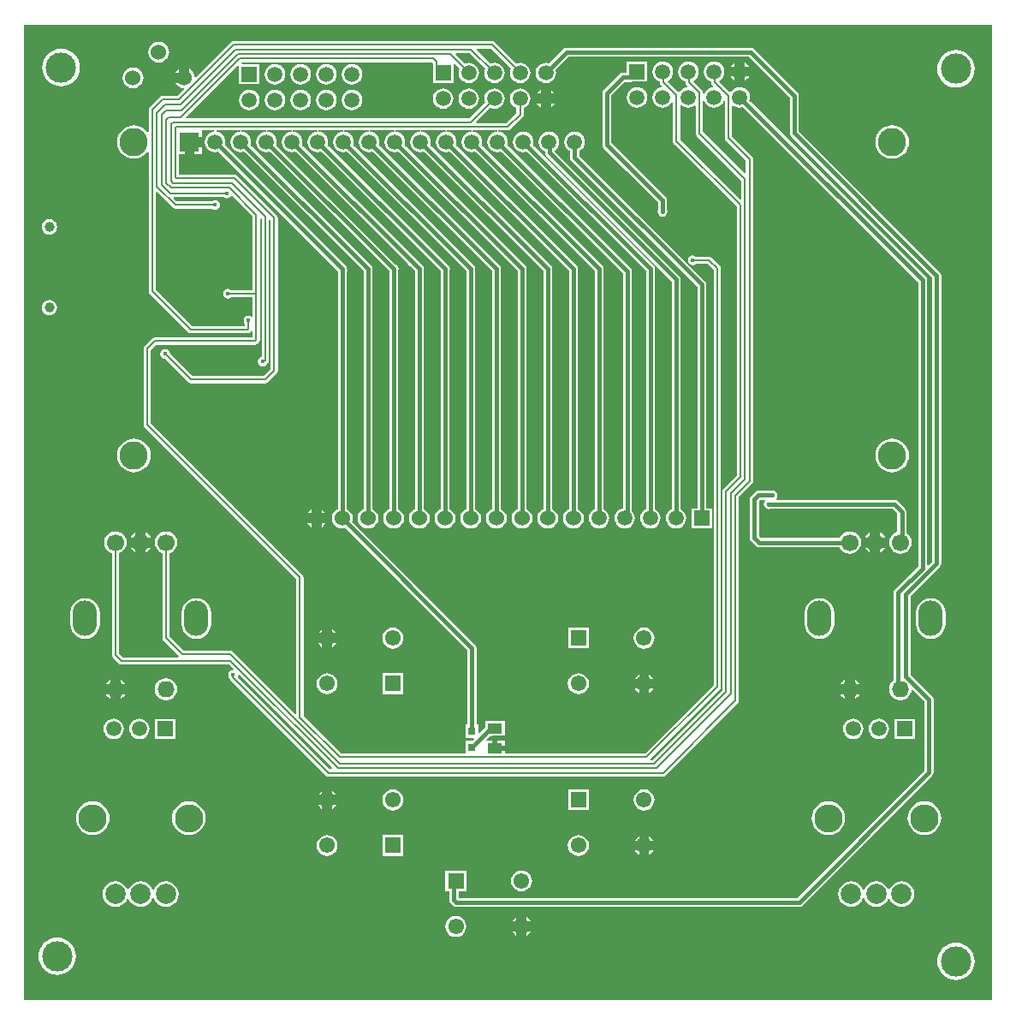
<source format=gtl>
G04*
G04 #@! TF.GenerationSoftware,Altium Limited,Altium Designer,20.2.4 (192)*
G04*
G04 Layer_Physical_Order=1*
G04 Layer_Color=255*
%FSLAX25Y25*%
%MOIN*%
G70*
G04*
G04 #@! TF.SameCoordinates,044C43E0-6038-46BE-8CBF-5B013F79F5C9*
G04*
G04*
G04 #@! TF.FilePolarity,Positive*
G04*
G01*
G75*
%ADD10C,0.00787*%
%ADD31R,0.06102X0.06102*%
%ADD32C,0.06102*%
%ADD34R,0.03150X0.03150*%
%ADD35R,0.05512X0.03937*%
%ADD36C,0.01500*%
%ADD37C,0.06000*%
%ADD38R,0.05906X0.05906*%
%ADD39C,0.05906*%
%ADD40C,0.03937*%
%ADD41C,0.11024*%
%ADD42R,0.07400X0.07400*%
%ADD43O,0.09449X0.13780*%
%ADD44O,0.06299X0.06693*%
%ADD45O,0.06693X0.06299*%
%ADD46C,0.06693*%
%ADD47O,0.11024X0.11024*%
%ADD48C,0.07874*%
%ADD49C,0.11811*%
%ADD50C,0.01772*%
G36*
X378378Y1622D02*
X1622D01*
Y381278D01*
X378378D01*
Y1622D01*
D02*
G37*
%LPC*%
G36*
X54000Y374535D02*
X52956Y374397D01*
X51983Y373994D01*
X51147Y373353D01*
X50506Y372517D01*
X50103Y371544D01*
X49966Y370500D01*
X50103Y369456D01*
X50506Y368483D01*
X51147Y367647D01*
X51983Y367006D01*
X52956Y366603D01*
X54000Y366465D01*
X55044Y366603D01*
X56017Y367006D01*
X56853Y367647D01*
X57494Y368483D01*
X57897Y369456D01*
X58034Y370500D01*
X57897Y371544D01*
X57494Y372517D01*
X56853Y373353D01*
X56017Y373994D01*
X55044Y374397D01*
X54000Y374535D01*
D02*
G37*
G36*
X282232Y366400D02*
Y364906D01*
X283726D01*
X283716Y364930D01*
X283082Y365756D01*
X282257Y366390D01*
X282232Y366400D01*
D02*
G37*
G36*
X278295D02*
X278270Y366390D01*
X277444Y365756D01*
X276810Y364930D01*
X276800Y364906D01*
X278295D01*
Y366400D01*
D02*
G37*
G36*
X62032Y364014D02*
X61983Y363994D01*
X61147Y363353D01*
X60506Y362517D01*
X60486Y362469D01*
X62032D01*
Y364014D01*
D02*
G37*
G36*
X183838Y374783D02*
X83279D01*
X82735Y374675D01*
X82274Y374367D01*
X68524Y360616D01*
X67996Y360796D01*
X67897Y361544D01*
X67494Y362517D01*
X66853Y363353D01*
X66017Y363994D01*
X65969Y364014D01*
Y360500D01*
X64000D01*
Y358531D01*
X60486D01*
X60506Y358483D01*
X61147Y357647D01*
X61983Y357006D01*
X62956Y356603D01*
X63704Y356504D01*
X63884Y355977D01*
X61328Y353421D01*
X55417D01*
X54873Y353313D01*
X54412Y353005D01*
X50558Y349151D01*
X50250Y348690D01*
X50142Y348146D01*
Y339534D01*
X49642Y339355D01*
X48989Y340150D01*
X47997Y340964D01*
X46866Y341569D01*
X45639Y341941D01*
X44362Y342067D01*
X43086Y341941D01*
X41858Y341569D01*
X40727Y340964D01*
X39735Y340150D01*
X38922Y339159D01*
X38317Y338028D01*
X37945Y336800D01*
X37819Y335524D01*
X37945Y334247D01*
X38317Y333020D01*
X38922Y331888D01*
X39735Y330897D01*
X40727Y330083D01*
X41858Y329478D01*
X43086Y329106D01*
X44362Y328980D01*
X45639Y329106D01*
X46866Y329478D01*
X47997Y330083D01*
X48989Y330897D01*
X49642Y331692D01*
X50142Y331514D01*
Y277437D01*
X50250Y276893D01*
X50558Y276432D01*
X65495Y261495D01*
X65956Y261187D01*
X66500Y261079D01*
X88539D01*
X89082Y261187D01*
X89544Y261495D01*
X90005Y261956D01*
X90079Y262068D01*
X90579Y261916D01*
Y259383D01*
X52462D01*
X51918Y259275D01*
X51457Y258967D01*
X48495Y256005D01*
X48495Y256005D01*
X48187Y255544D01*
X48079Y255000D01*
Y225500D01*
X48187Y224956D01*
X48495Y224495D01*
X107579Y165411D01*
Y113056D01*
X107117Y112865D01*
X82977Y137005D01*
X82516Y137313D01*
X81972Y137421D01*
X63741D01*
X58264Y142898D01*
Y175427D01*
X59035Y175747D01*
X59943Y176443D01*
X60640Y177351D01*
X61078Y178408D01*
X61227Y179543D01*
X61078Y180678D01*
X60640Y181735D01*
X59943Y182643D01*
X59035Y183340D01*
X57978Y183778D01*
X56843Y183927D01*
X55708Y183778D01*
X54651Y183340D01*
X53743Y182643D01*
X53046Y181735D01*
X52608Y180678D01*
X52459Y179543D01*
X52608Y178408D01*
X53046Y177351D01*
X53743Y176443D01*
X54651Y175747D01*
X55422Y175427D01*
Y142309D01*
X55530Y141765D01*
X55838Y141305D01*
X61722Y135421D01*
X61515Y134921D01*
X40089D01*
X38579Y136431D01*
Y175427D01*
X39350Y175747D01*
X40258Y176443D01*
X40955Y177351D01*
X41393Y178408D01*
X41542Y179543D01*
X41393Y180678D01*
X40955Y181735D01*
X40258Y182643D01*
X39350Y183340D01*
X38293Y183778D01*
X37158Y183927D01*
X36023Y183778D01*
X34966Y183340D01*
X34058Y182643D01*
X33361Y181735D01*
X32923Y180678D01*
X32774Y179543D01*
X32923Y178408D01*
X33361Y177351D01*
X34058Y176443D01*
X34966Y175747D01*
X35737Y175427D01*
Y135842D01*
X35845Y135298D01*
X36153Y134837D01*
X38495Y132495D01*
X38956Y132187D01*
X39500Y132079D01*
X81356D01*
X83051Y130384D01*
X82837Y129890D01*
X82264Y129776D01*
X81640Y129360D01*
X81224Y128736D01*
X81077Y128000D01*
X81224Y127264D01*
X81457Y126916D01*
X81513Y126630D01*
X81821Y126169D01*
X119070Y88920D01*
X119531Y88612D01*
X120075Y88504D01*
X250425D01*
X250969Y88612D01*
X251430Y88920D01*
X279505Y116995D01*
X279813Y117456D01*
X279921Y118000D01*
Y197356D01*
X285080Y202515D01*
X285388Y202976D01*
X285496Y203519D01*
Y328925D01*
X285388Y329469D01*
X285080Y329930D01*
X277338Y337672D01*
Y349569D01*
X277838Y349816D01*
X278270Y349484D01*
X279231Y349086D01*
X280263Y348950D01*
X281295Y349086D01*
X281504Y349173D01*
X349716Y280961D01*
Y170275D01*
X340738Y161297D01*
X340352Y160718D01*
X340216Y160036D01*
Y125822D01*
X339687Y125416D01*
X339021Y124549D01*
X338603Y123540D01*
X338461Y122456D01*
X338603Y121373D01*
X339021Y120364D01*
X339687Y119497D01*
X340553Y118832D01*
X341563Y118414D01*
X342646Y118271D01*
X343040D01*
X344123Y118414D01*
X345132Y118832D01*
X345999Y119497D01*
X346665Y120364D01*
X347083Y121373D01*
X347169Y122026D01*
X347696Y122205D01*
X352216Y117686D01*
Y90739D01*
X302761Y41284D01*
X170784D01*
Y43807D01*
X173756D01*
Y51910D01*
X165654D01*
Y43807D01*
X167216D01*
Y40379D01*
X167351Y39696D01*
X167738Y39117D01*
X168617Y38238D01*
X169196Y37852D01*
X169879Y37716D01*
X303500D01*
X304183Y37852D01*
X304762Y38238D01*
X355262Y88738D01*
X355262Y88738D01*
X355648Y89317D01*
X355784Y90000D01*
Y118425D01*
X355648Y119108D01*
X355262Y119687D01*
X346784Y128164D01*
Y158761D01*
X358262Y170238D01*
X358262Y170238D01*
X358648Y170817D01*
X358784Y171500D01*
Y283500D01*
X358648Y284183D01*
X358262Y284762D01*
X358262Y284762D01*
X303284Y339739D01*
Y353500D01*
X303149Y354183D01*
X302762Y354762D01*
X285762Y371762D01*
X285183Y372148D01*
X284500Y372284D01*
X212826D01*
X212143Y372148D01*
X211564Y371762D01*
X206004Y366201D01*
X205795Y366288D01*
X204763Y366424D01*
X203731Y366288D01*
X202770Y365890D01*
X201944Y365256D01*
X201310Y364430D01*
X200912Y363469D01*
X200776Y362437D01*
X200912Y361405D01*
X201310Y360443D01*
X201944Y359618D01*
X202770Y358984D01*
X203731Y358586D01*
X204763Y358450D01*
X205795Y358586D01*
X206757Y358984D01*
X207582Y359618D01*
X208216Y360443D01*
X208614Y361405D01*
X208750Y362437D01*
X208614Y363469D01*
X208527Y363678D01*
X213565Y368716D01*
X283761D01*
X299716Y352761D01*
Y339000D01*
X299851Y338317D01*
X300238Y337738D01*
X355216Y282761D01*
Y172239D01*
X353746Y170770D01*
X353284Y170961D01*
Y281700D01*
X353149Y282383D01*
X352762Y282962D01*
X284028Y351696D01*
X284114Y351905D01*
X284250Y352937D01*
X284114Y353969D01*
X283716Y354930D01*
X283082Y355756D01*
X282257Y356390D01*
X281295Y356788D01*
X280263Y356924D01*
X279231Y356788D01*
X278270Y356390D01*
X277444Y355756D01*
X276951Y355113D01*
X276352Y355005D01*
X272331Y359026D01*
X272439Y359624D01*
X273082Y360118D01*
X273716Y360944D01*
X274114Y361905D01*
X274250Y362937D01*
X274114Y363969D01*
X273716Y364930D01*
X273082Y365756D01*
X272257Y366390D01*
X271295Y366788D01*
X270263Y366924D01*
X269231Y366788D01*
X268270Y366390D01*
X267444Y365756D01*
X266810Y364930D01*
X266412Y363969D01*
X266276Y362937D01*
X266412Y361905D01*
X266810Y360944D01*
X267444Y360118D01*
X268270Y359484D01*
X269123Y359131D01*
Y358803D01*
X269231Y358259D01*
X269539Y357798D01*
X269950Y357387D01*
X269771Y356859D01*
X269231Y356788D01*
X268270Y356390D01*
X267444Y355756D01*
X266810Y354930D01*
X266531Y354255D01*
X266031Y354354D01*
Y354737D01*
X265922Y355281D01*
X265614Y355742D01*
X262331Y359026D01*
X262439Y359624D01*
X263082Y360118D01*
X263716Y360944D01*
X264114Y361905D01*
X264250Y362937D01*
X264114Y363969D01*
X263716Y364930D01*
X263082Y365756D01*
X262257Y366390D01*
X261295Y366788D01*
X260263Y366924D01*
X259231Y366788D01*
X258270Y366390D01*
X257444Y365756D01*
X256810Y364930D01*
X256412Y363969D01*
X256276Y362937D01*
X256412Y361905D01*
X256810Y360944D01*
X257444Y360118D01*
X258270Y359484D01*
X259123Y359131D01*
Y358803D01*
X259231Y358259D01*
X259539Y357798D01*
X259950Y357387D01*
X259771Y356859D01*
X259231Y356788D01*
X258270Y356390D01*
X257444Y355756D01*
X256951Y355113D01*
X256423Y355017D01*
X256315Y355041D01*
X252331Y359026D01*
X252439Y359624D01*
X253082Y360118D01*
X253716Y360944D01*
X254114Y361905D01*
X254250Y362937D01*
X254114Y363969D01*
X253716Y364930D01*
X253082Y365756D01*
X252257Y366390D01*
X251295Y366788D01*
X250263Y366924D01*
X249231Y366788D01*
X248270Y366390D01*
X247444Y365756D01*
X246810Y364930D01*
X246412Y363969D01*
X246276Y362937D01*
X246412Y361905D01*
X246810Y360944D01*
X247444Y360118D01*
X248270Y359484D01*
X249123Y359131D01*
Y358803D01*
X249231Y358259D01*
X249539Y357798D01*
X249950Y357387D01*
X249771Y356859D01*
X249231Y356788D01*
X248270Y356390D01*
X247444Y355756D01*
X246810Y354930D01*
X246412Y353969D01*
X246276Y352937D01*
X246412Y351905D01*
X246810Y350943D01*
X247444Y350118D01*
X248270Y349484D01*
X249231Y349086D01*
X250263Y348950D01*
X251295Y349086D01*
X252257Y349484D01*
X253082Y350118D01*
X253700Y350923D01*
X253750Y350927D01*
X254200Y350766D01*
Y335879D01*
X254308Y335335D01*
X254616Y334874D01*
X279079Y310411D01*
Y205589D01*
X273920Y200430D01*
X273612Y199969D01*
X273504Y199425D01*
Y122042D01*
X246384Y94921D01*
X245638D01*
X245431Y95421D01*
X272505Y122495D01*
X272813Y122956D01*
X272921Y123500D01*
Y286348D01*
X272921Y286348D01*
X272813Y286892D01*
X272505Y287352D01*
X269353Y290505D01*
X268892Y290813D01*
X268348Y290921D01*
X263268D01*
X262736Y291276D01*
X262000Y291423D01*
X261264Y291276D01*
X260640Y290860D01*
X260224Y290236D01*
X260077Y289500D01*
X260224Y288764D01*
X260640Y288140D01*
X261264Y287724D01*
X262000Y287577D01*
X262736Y287724D01*
X263268Y288079D01*
X267759D01*
X270079Y285759D01*
Y124089D01*
X243443Y97452D01*
X188756D01*
Y98409D01*
X185000D01*
Y99394D01*
X184016D01*
Y102362D01*
X181742D01*
X181535Y102862D01*
X182938Y104265D01*
X183782D01*
X183954Y104299D01*
X188756D01*
Y110236D01*
X181244D01*
Y107516D01*
X180937Y107311D01*
X180937Y107311D01*
X179037Y105411D01*
X178575Y105602D01*
Y108724D01*
X177784D01*
Y138500D01*
X177648Y139183D01*
X177262Y139762D01*
X177262Y139762D01*
X129300Y187723D01*
X129397Y187956D01*
X129534Y189000D01*
X129397Y190044D01*
X128994Y191017D01*
X128353Y191853D01*
X127517Y192494D01*
X127284Y192590D01*
Y284804D01*
X127423Y285500D01*
X127276Y286236D01*
X127181Y286379D01*
X127096Y286802D01*
X126710Y287381D01*
X126710Y287381D01*
X79788Y334302D01*
X79867Y334492D01*
X80003Y335524D01*
X79867Y336556D01*
X79469Y337517D01*
X78835Y338343D01*
X78009Y338976D01*
X77048Y339375D01*
X76565Y339438D01*
X76415Y339736D01*
X76395Y339965D01*
X76436Y340004D01*
X85935D01*
X85968Y339504D01*
X85592Y339455D01*
X84984Y339375D01*
X84022Y338976D01*
X83197Y338343D01*
X82563Y337517D01*
X82165Y336556D01*
X82029Y335524D01*
X82165Y334492D01*
X82563Y333530D01*
X83197Y332704D01*
X84022Y332071D01*
X84984Y331673D01*
X86016Y331537D01*
X87048Y331673D01*
X87257Y331759D01*
X133716Y285300D01*
Y192590D01*
X133483Y192494D01*
X132647Y191853D01*
X132006Y191017D01*
X131603Y190044D01*
X131465Y189000D01*
X131603Y187956D01*
X132006Y186983D01*
X132647Y186147D01*
X133483Y185506D01*
X134456Y185103D01*
X135500Y184966D01*
X136544Y185103D01*
X137517Y185506D01*
X138353Y186147D01*
X138994Y186983D01*
X139397Y187956D01*
X139534Y189000D01*
X139397Y190044D01*
X138994Y191017D01*
X138353Y191853D01*
X137517Y192494D01*
X137284Y192590D01*
Y286039D01*
X137284Y286039D01*
X137148Y286722D01*
X136762Y287301D01*
X136762Y287301D01*
X89780Y334283D01*
X89867Y334492D01*
X90003Y335524D01*
X89867Y336556D01*
X89468Y337517D01*
X88835Y338343D01*
X88009Y338976D01*
X87048Y339375D01*
X86439Y339455D01*
X86063Y339504D01*
X86096Y340004D01*
X95935D01*
X95968Y339504D01*
X95592Y339455D01*
X94984Y339375D01*
X94022Y338976D01*
X93197Y338343D01*
X92563Y337517D01*
X92165Y336556D01*
X92029Y335524D01*
X92165Y334492D01*
X92563Y333530D01*
X93197Y332704D01*
X94022Y332071D01*
X94984Y331673D01*
X96016Y331537D01*
X97048Y331673D01*
X97257Y331759D01*
X143716Y285300D01*
Y192590D01*
X143483Y192494D01*
X142647Y191853D01*
X142006Y191017D01*
X141603Y190044D01*
X141465Y189000D01*
X141603Y187956D01*
X142006Y186983D01*
X142647Y186147D01*
X143483Y185506D01*
X144456Y185103D01*
X145500Y184966D01*
X146544Y185103D01*
X147517Y185506D01*
X148353Y186147D01*
X148994Y186983D01*
X149397Y187956D01*
X149534Y189000D01*
X149397Y190044D01*
X148994Y191017D01*
X148353Y191853D01*
X147517Y192494D01*
X147284Y192590D01*
Y285343D01*
X147423Y286039D01*
X147276Y286775D01*
X146860Y287399D01*
X146269Y287793D01*
X99780Y334283D01*
X99867Y334492D01*
X100003Y335524D01*
X99867Y336556D01*
X99468Y337517D01*
X98835Y338343D01*
X98009Y338976D01*
X97048Y339375D01*
X96439Y339455D01*
X96064Y339504D01*
X96096Y340004D01*
X105935D01*
X105968Y339504D01*
X105592Y339455D01*
X104984Y339375D01*
X104022Y338976D01*
X103197Y338343D01*
X102563Y337517D01*
X102165Y336556D01*
X102029Y335524D01*
X102165Y334492D01*
X102563Y333530D01*
X103197Y332704D01*
X104022Y332071D01*
X104984Y331673D01*
X106016Y331537D01*
X107048Y331673D01*
X107257Y331759D01*
X150717Y288299D01*
X150724Y288264D01*
X151140Y287640D01*
X151764Y287224D01*
X151799Y287217D01*
X153716Y285300D01*
Y192590D01*
X153483Y192494D01*
X152647Y191853D01*
X152006Y191017D01*
X151603Y190044D01*
X151465Y189000D01*
X151603Y187956D01*
X152006Y186983D01*
X152647Y186147D01*
X153483Y185506D01*
X154456Y185103D01*
X155500Y184966D01*
X156544Y185103D01*
X157517Y185506D01*
X158353Y186147D01*
X158994Y186983D01*
X159397Y187956D01*
X159535Y189000D01*
X159397Y190044D01*
X158994Y191017D01*
X158353Y191853D01*
X157517Y192494D01*
X157284Y192590D01*
Y286039D01*
X157149Y286722D01*
X156762Y287301D01*
X156762Y287301D01*
X154175Y289888D01*
X153860Y290360D01*
X153388Y290675D01*
X109780Y334283D01*
X109867Y334492D01*
X110003Y335524D01*
X109867Y336556D01*
X109468Y337517D01*
X108835Y338343D01*
X108009Y338976D01*
X107048Y339375D01*
X106439Y339455D01*
X106063Y339504D01*
X106096Y340004D01*
X115935D01*
X115968Y339504D01*
X115592Y339455D01*
X114984Y339375D01*
X114022Y338976D01*
X113197Y338343D01*
X112563Y337517D01*
X112165Y336556D01*
X112029Y335524D01*
X112165Y334492D01*
X112563Y333530D01*
X113197Y332704D01*
X114022Y332071D01*
X114984Y331673D01*
X116016Y331537D01*
X117048Y331673D01*
X117257Y331759D01*
X163716Y285300D01*
Y192590D01*
X163483Y192494D01*
X162647Y191853D01*
X162006Y191017D01*
X161603Y190044D01*
X161466Y189000D01*
X161603Y187956D01*
X162006Y186983D01*
X162647Y186147D01*
X163483Y185506D01*
X164456Y185103D01*
X165500Y184966D01*
X166544Y185103D01*
X167517Y185506D01*
X168353Y186147D01*
X168994Y186983D01*
X169397Y187956D01*
X169535Y189000D01*
X169397Y190044D01*
X168994Y191017D01*
X168353Y191853D01*
X167517Y192494D01*
X167284Y192590D01*
Y285304D01*
X167423Y286000D01*
X167276Y286736D01*
X166860Y287360D01*
X166388Y287675D01*
X119780Y334283D01*
X119867Y334492D01*
X120003Y335524D01*
X119867Y336556D01*
X119468Y337517D01*
X118835Y338343D01*
X118009Y338976D01*
X117048Y339375D01*
X116439Y339455D01*
X116063Y339504D01*
X116096Y340004D01*
X125935D01*
X125968Y339504D01*
X125592Y339455D01*
X124984Y339375D01*
X124022Y338976D01*
X123197Y338343D01*
X122563Y337517D01*
X122165Y336556D01*
X122029Y335524D01*
X122165Y334492D01*
X122563Y333530D01*
X123197Y332704D01*
X124022Y332071D01*
X124984Y331673D01*
X126016Y331537D01*
X127048Y331673D01*
X127257Y331759D01*
X173716Y285300D01*
Y192590D01*
X173483Y192494D01*
X172647Y191853D01*
X172006Y191017D01*
X171603Y190044D01*
X171466Y189000D01*
X171603Y187956D01*
X172006Y186983D01*
X172647Y186147D01*
X173483Y185506D01*
X174456Y185103D01*
X175500Y184966D01*
X176544Y185103D01*
X177517Y185506D01*
X178353Y186147D01*
X178994Y186983D01*
X179397Y187956D01*
X179534Y189000D01*
X179397Y190044D01*
X178994Y191017D01*
X178353Y191853D01*
X177517Y192494D01*
X177284Y192590D01*
Y286039D01*
X177284Y286039D01*
X177148Y286722D01*
X176762Y287301D01*
X176762Y287301D01*
X129780Y334283D01*
X129867Y334492D01*
X130003Y335524D01*
X129867Y336556D01*
X129469Y337517D01*
X128835Y338343D01*
X128009Y338976D01*
X127048Y339375D01*
X126439Y339455D01*
X126064Y339504D01*
X126096Y340004D01*
X135935D01*
X135968Y339504D01*
X135592Y339455D01*
X134984Y339375D01*
X134022Y338976D01*
X133197Y338343D01*
X132563Y337517D01*
X132165Y336556D01*
X132029Y335524D01*
X132165Y334492D01*
X132563Y333530D01*
X133197Y332704D01*
X134022Y332071D01*
X134984Y331673D01*
X136016Y331537D01*
X137048Y331673D01*
X137257Y331759D01*
X183716Y285300D01*
Y192590D01*
X183483Y192494D01*
X182647Y191853D01*
X182006Y191017D01*
X181603Y190044D01*
X181465Y189000D01*
X181603Y187956D01*
X182006Y186983D01*
X182647Y186147D01*
X183483Y185506D01*
X184456Y185103D01*
X185500Y184966D01*
X186544Y185103D01*
X187517Y185506D01*
X188353Y186147D01*
X188994Y186983D01*
X189397Y187956D01*
X189534Y189000D01*
X189397Y190044D01*
X188994Y191017D01*
X188353Y191853D01*
X187517Y192494D01*
X187284Y192590D01*
Y286039D01*
X187284Y286039D01*
X187148Y286722D01*
X186762Y287301D01*
X186762Y287301D01*
X139780Y334283D01*
X139867Y334492D01*
X140003Y335524D01*
X139867Y336556D01*
X139469Y337517D01*
X138835Y338343D01*
X138009Y338976D01*
X137048Y339375D01*
X136439Y339455D01*
X136064Y339504D01*
X136096Y340004D01*
X145935D01*
X145968Y339504D01*
X145592Y339455D01*
X144984Y339375D01*
X144022Y338976D01*
X143197Y338343D01*
X142563Y337517D01*
X142165Y336556D01*
X142029Y335524D01*
X142165Y334492D01*
X142563Y333530D01*
X143197Y332704D01*
X144022Y332071D01*
X144984Y331673D01*
X146016Y331537D01*
X147048Y331673D01*
X147257Y331759D01*
X193716Y285300D01*
Y192590D01*
X193483Y192494D01*
X192647Y191853D01*
X192006Y191017D01*
X191603Y190044D01*
X191465Y189000D01*
X191603Y187956D01*
X192006Y186983D01*
X192647Y186147D01*
X193483Y185506D01*
X194456Y185103D01*
X195500Y184966D01*
X196544Y185103D01*
X197517Y185506D01*
X198353Y186147D01*
X198994Y186983D01*
X199397Y187956D01*
X199534Y189000D01*
X199397Y190044D01*
X198994Y191017D01*
X198353Y191853D01*
X197517Y192494D01*
X197284Y192590D01*
Y286039D01*
X197149Y286722D01*
X196762Y287301D01*
X149780Y334283D01*
X149867Y334492D01*
X150003Y335524D01*
X149867Y336556D01*
X149469Y337517D01*
X148835Y338343D01*
X148009Y338976D01*
X147048Y339375D01*
X146439Y339455D01*
X146063Y339504D01*
X146096Y340004D01*
X155935D01*
X155968Y339504D01*
X155592Y339455D01*
X154984Y339375D01*
X154022Y338976D01*
X153197Y338343D01*
X152563Y337517D01*
X152165Y336556D01*
X152029Y335524D01*
X152165Y334492D01*
X152563Y333530D01*
X153197Y332704D01*
X154022Y332071D01*
X154984Y331673D01*
X156016Y331537D01*
X157048Y331673D01*
X157257Y331759D01*
X203716Y285300D01*
Y192590D01*
X203483Y192494D01*
X202647Y191853D01*
X202006Y191017D01*
X201603Y190044D01*
X201466Y189000D01*
X201603Y187956D01*
X202006Y186983D01*
X202647Y186147D01*
X203483Y185506D01*
X204456Y185103D01*
X205500Y184966D01*
X206544Y185103D01*
X207517Y185506D01*
X208353Y186147D01*
X208994Y186983D01*
X209397Y187956D01*
X209535Y189000D01*
X209397Y190044D01*
X208994Y191017D01*
X208353Y191853D01*
X207517Y192494D01*
X207284Y192590D01*
Y286039D01*
X207284Y286039D01*
X207149Y286722D01*
X206762Y287301D01*
X206762Y287301D01*
X159780Y334283D01*
X159867Y334492D01*
X160003Y335524D01*
X159867Y336556D01*
X159468Y337517D01*
X158835Y338343D01*
X158009Y338976D01*
X157048Y339375D01*
X156439Y339455D01*
X156063Y339504D01*
X156096Y340004D01*
X165935D01*
X165968Y339504D01*
X165592Y339455D01*
X164984Y339375D01*
X164022Y338976D01*
X163197Y338343D01*
X162563Y337517D01*
X162165Y336556D01*
X162029Y335524D01*
X162165Y334492D01*
X162563Y333530D01*
X163197Y332704D01*
X164022Y332071D01*
X164984Y331673D01*
X166016Y331537D01*
X167048Y331673D01*
X167257Y331759D01*
X213716Y285300D01*
Y192590D01*
X213483Y192494D01*
X212647Y191853D01*
X212006Y191017D01*
X211603Y190044D01*
X211466Y189000D01*
X211603Y187956D01*
X212006Y186983D01*
X212647Y186147D01*
X213483Y185506D01*
X214456Y185103D01*
X215500Y184966D01*
X216544Y185103D01*
X217517Y185506D01*
X218353Y186147D01*
X218994Y186983D01*
X219397Y187956D01*
X219534Y189000D01*
X219397Y190044D01*
X218994Y191017D01*
X218353Y191853D01*
X217517Y192494D01*
X217284Y192590D01*
Y286039D01*
X217284Y286039D01*
X217148Y286722D01*
X216762Y287301D01*
X216762Y287301D01*
X169780Y334283D01*
X169867Y334492D01*
X170003Y335524D01*
X169867Y336556D01*
X169468Y337517D01*
X168835Y338343D01*
X168009Y338976D01*
X167048Y339375D01*
X166439Y339455D01*
X166063Y339504D01*
X166096Y340004D01*
X175935D01*
X175968Y339504D01*
X175592Y339455D01*
X174984Y339375D01*
X174022Y338976D01*
X173197Y338343D01*
X172563Y337517D01*
X172165Y336556D01*
X172029Y335524D01*
X172165Y334492D01*
X172563Y333530D01*
X173197Y332704D01*
X174022Y332071D01*
X174984Y331673D01*
X176016Y331537D01*
X177048Y331673D01*
X177257Y331759D01*
X223716Y285300D01*
Y192539D01*
X223507Y192453D01*
X222681Y191819D01*
X222047Y190993D01*
X221649Y190032D01*
X221513Y189000D01*
X221649Y187968D01*
X222047Y187007D01*
X222681Y186181D01*
X223507Y185547D01*
X224468Y185149D01*
X225500Y185013D01*
X226532Y185149D01*
X227493Y185547D01*
X228319Y186181D01*
X228953Y187007D01*
X229351Y187968D01*
X229487Y189000D01*
X229351Y190032D01*
X228953Y190993D01*
X228319Y191819D01*
X227493Y192453D01*
X227284Y192539D01*
Y286039D01*
X227284Y286039D01*
X227149Y286722D01*
X226762Y287301D01*
X226762Y287301D01*
X179780Y334283D01*
X179867Y334492D01*
X180003Y335524D01*
X179867Y336556D01*
X179469Y337517D01*
X178835Y338343D01*
X178009Y338976D01*
X177048Y339375D01*
X176439Y339455D01*
X176064Y339504D01*
X176096Y340004D01*
X185935D01*
X185968Y339504D01*
X185592Y339455D01*
X184984Y339375D01*
X184022Y338976D01*
X183197Y338343D01*
X182563Y337517D01*
X182165Y336556D01*
X182029Y335524D01*
X182165Y334492D01*
X182563Y333530D01*
X183197Y332704D01*
X184022Y332071D01*
X184984Y331673D01*
X186016Y331537D01*
X187048Y331673D01*
X187257Y331759D01*
X234716Y284300D01*
Y192884D01*
X234468Y192851D01*
X233507Y192453D01*
X232681Y191819D01*
X232047Y190993D01*
X231649Y190032D01*
X231513Y189000D01*
X231649Y187968D01*
X232047Y187007D01*
X232681Y186181D01*
X233507Y185547D01*
X234468Y185149D01*
X235500Y185013D01*
X236532Y185149D01*
X237493Y185547D01*
X238319Y186181D01*
X238953Y187007D01*
X239351Y187968D01*
X239487Y189000D01*
X239351Y190032D01*
X238953Y190993D01*
X238319Y191819D01*
X238244Y191877D01*
X238284Y192081D01*
Y285039D01*
X238148Y285722D01*
X237762Y286301D01*
X189780Y334283D01*
X189867Y334492D01*
X190003Y335524D01*
X189867Y336556D01*
X189469Y337517D01*
X188835Y338343D01*
X188009Y338976D01*
X187048Y339375D01*
X186439Y339455D01*
X186064Y339504D01*
X186096Y340004D01*
X189925D01*
X190469Y340112D01*
X190930Y340420D01*
X195768Y345258D01*
X196076Y345719D01*
X196184Y346263D01*
Y348747D01*
X196756Y348984D01*
X197582Y349618D01*
X198216Y350444D01*
X198614Y351405D01*
X198750Y352437D01*
X198614Y353469D01*
X198216Y354430D01*
X197582Y355256D01*
X196756Y355890D01*
X195795Y356288D01*
X194763Y356424D01*
X193731Y356288D01*
X192770Y355890D01*
X191944Y355256D01*
X191310Y354430D01*
X190912Y353469D01*
X190776Y352437D01*
X190912Y351405D01*
X191310Y350444D01*
X191944Y349618D01*
X192770Y348984D01*
X193342Y348747D01*
Y346852D01*
X189337Y342846D01*
X177835D01*
X177644Y343308D01*
X183159Y348823D01*
X183731Y348586D01*
X184763Y348450D01*
X185795Y348586D01*
X186757Y348984D01*
X187582Y349618D01*
X188216Y350444D01*
X188614Y351405D01*
X188750Y352437D01*
X188614Y353469D01*
X188216Y354430D01*
X187582Y355256D01*
X186757Y355890D01*
X185795Y356288D01*
X184763Y356424D01*
X183731Y356288D01*
X182770Y355890D01*
X181944Y355256D01*
X181310Y354430D01*
X180912Y353469D01*
X180776Y352437D01*
X180912Y351405D01*
X181149Y350833D01*
X174950Y344634D01*
X64797D01*
X64605Y345095D01*
X84848Y365339D01*
X85310Y365147D01*
Y357984D01*
X93216D01*
Y365890D01*
X86391D01*
X86143Y366390D01*
X86287Y366579D01*
X160411D01*
X160783Y366207D01*
Y364996D01*
X160810Y364859D01*
Y358484D01*
X168716D01*
Y365768D01*
X169216Y365975D01*
X171149Y364041D01*
X170912Y363469D01*
X170776Y362437D01*
X170912Y361405D01*
X171310Y360443D01*
X171944Y359618D01*
X172770Y358984D01*
X173731Y358586D01*
X174763Y358450D01*
X175795Y358586D01*
X176757Y358984D01*
X177582Y359618D01*
X178216Y360443D01*
X178614Y361405D01*
X178750Y362437D01*
X178614Y363469D01*
X178216Y364430D01*
X177582Y365256D01*
X176757Y365890D01*
X175795Y366288D01*
X174763Y366424D01*
X173731Y366288D01*
X173159Y366051D01*
X169518Y369692D01*
X169709Y370154D01*
X175037D01*
X181149Y364041D01*
X180912Y363469D01*
X180776Y362437D01*
X180912Y361405D01*
X181310Y360443D01*
X181944Y359618D01*
X182770Y358984D01*
X183731Y358586D01*
X184763Y358450D01*
X185795Y358586D01*
X186757Y358984D01*
X187582Y359618D01*
X188216Y360443D01*
X188614Y361405D01*
X188750Y362437D01*
X188614Y363469D01*
X188216Y364430D01*
X187582Y365256D01*
X186757Y365890D01*
X185795Y366288D01*
X184763Y366424D01*
X183731Y366288D01*
X183159Y366051D01*
X177730Y371479D01*
X177922Y371941D01*
X183249D01*
X191149Y364041D01*
X190912Y363469D01*
X190776Y362437D01*
X190912Y361405D01*
X191310Y360443D01*
X191944Y359618D01*
X192770Y358984D01*
X193731Y358586D01*
X194763Y358450D01*
X195795Y358586D01*
X196756Y358984D01*
X197582Y359618D01*
X198216Y360443D01*
X198614Y361405D01*
X198750Y362437D01*
X198614Y363469D01*
X198216Y364430D01*
X197582Y365256D01*
X196756Y365890D01*
X195795Y366288D01*
X194763Y366424D01*
X193731Y366288D01*
X193159Y366051D01*
X184843Y374367D01*
X184382Y374675D01*
X183838Y374783D01*
D02*
G37*
G36*
X283726Y360968D02*
X282232D01*
Y359474D01*
X282257Y359484D01*
X283082Y360118D01*
X283716Y360944D01*
X283726Y360968D01*
D02*
G37*
G36*
X278295D02*
X276800D01*
X276810Y360944D01*
X277444Y360118D01*
X278270Y359484D01*
X278295Y359474D01*
Y360968D01*
D02*
G37*
G36*
X129263Y365924D02*
X128231Y365788D01*
X127270Y365390D01*
X126444Y364756D01*
X125810Y363930D01*
X125412Y362969D01*
X125276Y361937D01*
X125412Y360905D01*
X125810Y359944D01*
X126444Y359118D01*
X127270Y358484D01*
X128231Y358086D01*
X129263Y357950D01*
X130295Y358086D01*
X131256Y358484D01*
X132082Y359118D01*
X132716Y359944D01*
X133114Y360905D01*
X133250Y361937D01*
X133114Y362969D01*
X132716Y363930D01*
X132082Y364756D01*
X131256Y365390D01*
X130295Y365788D01*
X129263Y365924D01*
D02*
G37*
G36*
X119263D02*
X118231Y365788D01*
X117270Y365390D01*
X116444Y364756D01*
X115810Y363930D01*
X115412Y362969D01*
X115276Y361937D01*
X115412Y360905D01*
X115810Y359944D01*
X116444Y359118D01*
X117270Y358484D01*
X118231Y358086D01*
X119263Y357950D01*
X120295Y358086D01*
X121256Y358484D01*
X122082Y359118D01*
X122716Y359944D01*
X123114Y360905D01*
X123250Y361937D01*
X123114Y362969D01*
X122716Y363930D01*
X122082Y364756D01*
X121256Y365390D01*
X120295Y365788D01*
X119263Y365924D01*
D02*
G37*
G36*
X109263D02*
X108231Y365788D01*
X107270Y365390D01*
X106444Y364756D01*
X105810Y363930D01*
X105412Y362969D01*
X105276Y361937D01*
X105412Y360905D01*
X105810Y359944D01*
X106444Y359118D01*
X107270Y358484D01*
X108231Y358086D01*
X109263Y357950D01*
X110295Y358086D01*
X111257Y358484D01*
X112082Y359118D01*
X112716Y359944D01*
X113114Y360905D01*
X113250Y361937D01*
X113114Y362969D01*
X112716Y363930D01*
X112082Y364756D01*
X111257Y365390D01*
X110295Y365788D01*
X109263Y365924D01*
D02*
G37*
G36*
X99263D02*
X98231Y365788D01*
X97270Y365390D01*
X96444Y364756D01*
X95810Y363930D01*
X95412Y362969D01*
X95276Y361937D01*
X95412Y360905D01*
X95810Y359944D01*
X96444Y359118D01*
X97270Y358484D01*
X98231Y358086D01*
X99263Y357950D01*
X100295Y358086D01*
X101257Y358484D01*
X102082Y359118D01*
X102716Y359944D01*
X103114Y360905D01*
X103250Y361937D01*
X103114Y362969D01*
X102716Y363930D01*
X102082Y364756D01*
X101257Y365390D01*
X100295Y365788D01*
X99263Y365924D01*
D02*
G37*
G36*
X16000Y371834D02*
X14569Y371694D01*
X13193Y371276D01*
X11925Y370598D01*
X10814Y369686D01*
X9902Y368575D01*
X9224Y367307D01*
X8806Y365931D01*
X8665Y364500D01*
X8806Y363069D01*
X9224Y361693D01*
X9902Y360425D01*
X10814Y359314D01*
X11925Y358402D01*
X13193Y357724D01*
X14569Y357306D01*
X16000Y357166D01*
X17431Y357306D01*
X18807Y357724D01*
X20075Y358402D01*
X21186Y359314D01*
X22098Y360425D01*
X22776Y361693D01*
X23194Y363069D01*
X23335Y364500D01*
X23194Y365931D01*
X22776Y367307D01*
X22098Y368575D01*
X21186Y369686D01*
X20075Y370598D01*
X18807Y371276D01*
X17431Y371694D01*
X16000Y371834D01*
D02*
G37*
G36*
X364500Y371335D02*
X363069Y371194D01*
X361693Y370776D01*
X360425Y370098D01*
X359314Y369186D01*
X358402Y368075D01*
X357724Y366807D01*
X357306Y365431D01*
X357166Y364000D01*
X357306Y362569D01*
X357724Y361193D01*
X358402Y359925D01*
X359314Y358814D01*
X360425Y357902D01*
X361693Y357224D01*
X363069Y356806D01*
X364500Y356665D01*
X365931Y356806D01*
X367307Y357224D01*
X368575Y357902D01*
X369686Y358814D01*
X370598Y359925D01*
X371276Y361193D01*
X371694Y362569D01*
X371834Y364000D01*
X371694Y365431D01*
X371276Y366807D01*
X370598Y368075D01*
X369686Y369186D01*
X368575Y370098D01*
X367307Y370776D01*
X365931Y371194D01*
X364500Y371335D01*
D02*
G37*
G36*
X44000Y364534D02*
X42956Y364397D01*
X41983Y363994D01*
X41147Y363353D01*
X40506Y362517D01*
X40103Y361544D01*
X39966Y360500D01*
X40103Y359456D01*
X40506Y358483D01*
X41147Y357647D01*
X41983Y357006D01*
X42956Y356603D01*
X44000Y356466D01*
X45044Y356603D01*
X46017Y357006D01*
X46853Y357647D01*
X47494Y358483D01*
X47897Y359456D01*
X48035Y360500D01*
X47897Y361544D01*
X47494Y362517D01*
X46853Y363353D01*
X46017Y363994D01*
X45044Y364397D01*
X44000Y364534D01*
D02*
G37*
G36*
X206732Y355900D02*
Y354405D01*
X208226D01*
X208216Y354430D01*
X207582Y355256D01*
X206757Y355890D01*
X206732Y355900D01*
D02*
G37*
G36*
X202795D02*
X202770Y355890D01*
X201944Y355256D01*
X201310Y354430D01*
X201300Y354405D01*
X202795D01*
Y355900D01*
D02*
G37*
G36*
X208226Y350468D02*
X206732D01*
Y348974D01*
X206757Y348984D01*
X207582Y349618D01*
X208216Y350444D01*
X208226Y350468D01*
D02*
G37*
G36*
X202795D02*
X201300D01*
X201310Y350444D01*
X201944Y349618D01*
X202770Y348984D01*
X202795Y348974D01*
Y350468D01*
D02*
G37*
G36*
X240263Y356924D02*
X239231Y356788D01*
X238270Y356390D01*
X237444Y355756D01*
X236810Y354930D01*
X236412Y353969D01*
X236276Y352937D01*
X236412Y351905D01*
X236810Y350943D01*
X237444Y350118D01*
X238270Y349484D01*
X239231Y349086D01*
X240263Y348950D01*
X241295Y349086D01*
X242257Y349484D01*
X243082Y350118D01*
X243716Y350943D01*
X244114Y351905D01*
X244250Y352937D01*
X244114Y353969D01*
X243716Y354930D01*
X243082Y355756D01*
X242257Y356390D01*
X241295Y356788D01*
X240263Y356924D01*
D02*
G37*
G36*
X174763Y356424D02*
X173731Y356288D01*
X172770Y355890D01*
X171944Y355256D01*
X171310Y354430D01*
X170912Y353469D01*
X170776Y352437D01*
X170912Y351405D01*
X171310Y350444D01*
X171944Y349618D01*
X172770Y348984D01*
X173731Y348586D01*
X174763Y348450D01*
X175795Y348586D01*
X176757Y348984D01*
X177582Y349618D01*
X178216Y350444D01*
X178614Y351405D01*
X178750Y352437D01*
X178614Y353469D01*
X178216Y354430D01*
X177582Y355256D01*
X176757Y355890D01*
X175795Y356288D01*
X174763Y356424D01*
D02*
G37*
G36*
X164763D02*
X163731Y356288D01*
X162770Y355890D01*
X161944Y355256D01*
X161310Y354430D01*
X160912Y353469D01*
X160776Y352437D01*
X160912Y351405D01*
X161310Y350444D01*
X161944Y349618D01*
X162770Y348984D01*
X163731Y348586D01*
X164763Y348450D01*
X165795Y348586D01*
X166756Y348984D01*
X167582Y349618D01*
X168216Y350444D01*
X168614Y351405D01*
X168750Y352437D01*
X168614Y353469D01*
X168216Y354430D01*
X167582Y355256D01*
X166756Y355890D01*
X165795Y356288D01*
X164763Y356424D01*
D02*
G37*
G36*
X129263Y355924D02*
X128231Y355788D01*
X127270Y355390D01*
X126444Y354756D01*
X125810Y353930D01*
X125412Y352969D01*
X125276Y351937D01*
X125412Y350905D01*
X125810Y349943D01*
X126444Y349118D01*
X127270Y348484D01*
X128231Y348086D01*
X129263Y347950D01*
X130295Y348086D01*
X131256Y348484D01*
X132082Y349118D01*
X132716Y349943D01*
X133114Y350905D01*
X133250Y351937D01*
X133114Y352969D01*
X132716Y353930D01*
X132082Y354756D01*
X131256Y355390D01*
X130295Y355788D01*
X129263Y355924D01*
D02*
G37*
G36*
X119263D02*
X118231Y355788D01*
X117270Y355390D01*
X116444Y354756D01*
X115810Y353930D01*
X115412Y352969D01*
X115276Y351937D01*
X115412Y350905D01*
X115810Y349943D01*
X116444Y349118D01*
X117270Y348484D01*
X118231Y348086D01*
X119263Y347950D01*
X120295Y348086D01*
X121256Y348484D01*
X122082Y349118D01*
X122716Y349943D01*
X123114Y350905D01*
X123250Y351937D01*
X123114Y352969D01*
X122716Y353930D01*
X122082Y354756D01*
X121256Y355390D01*
X120295Y355788D01*
X119263Y355924D01*
D02*
G37*
G36*
X109263D02*
X108231Y355788D01*
X107270Y355390D01*
X106444Y354756D01*
X105810Y353930D01*
X105412Y352969D01*
X105276Y351937D01*
X105412Y350905D01*
X105810Y349943D01*
X106444Y349118D01*
X107270Y348484D01*
X108231Y348086D01*
X109263Y347950D01*
X110295Y348086D01*
X111257Y348484D01*
X112082Y349118D01*
X112716Y349943D01*
X113114Y350905D01*
X113250Y351937D01*
X113114Y352969D01*
X112716Y353930D01*
X112082Y354756D01*
X111257Y355390D01*
X110295Y355788D01*
X109263Y355924D01*
D02*
G37*
G36*
X99263D02*
X98231Y355788D01*
X97270Y355390D01*
X96444Y354756D01*
X95810Y353930D01*
X95412Y352969D01*
X95276Y351937D01*
X95412Y350905D01*
X95810Y349943D01*
X96444Y349118D01*
X97270Y348484D01*
X98231Y348086D01*
X99263Y347950D01*
X100295Y348086D01*
X101257Y348484D01*
X102082Y349118D01*
X102716Y349943D01*
X103114Y350905D01*
X103250Y351937D01*
X103114Y352969D01*
X102716Y353930D01*
X102082Y354756D01*
X101257Y355390D01*
X100295Y355788D01*
X99263Y355924D01*
D02*
G37*
G36*
X89263D02*
X88231Y355788D01*
X87270Y355390D01*
X86444Y354756D01*
X85810Y353930D01*
X85412Y352969D01*
X85276Y351937D01*
X85412Y350905D01*
X85810Y349943D01*
X86444Y349118D01*
X87270Y348484D01*
X88231Y348086D01*
X89263Y347950D01*
X90295Y348086D01*
X91257Y348484D01*
X92082Y349118D01*
X92716Y349943D01*
X93114Y350905D01*
X93250Y351937D01*
X93114Y352969D01*
X92716Y353930D01*
X92082Y354756D01*
X91257Y355390D01*
X90295Y355788D01*
X89263Y355924D01*
D02*
G37*
G36*
X339638Y342067D02*
X338361Y341941D01*
X337134Y341569D01*
X336002Y340964D01*
X335011Y340150D01*
X334197Y339159D01*
X333593Y338028D01*
X333220Y336800D01*
X333095Y335524D01*
X333220Y334247D01*
X333593Y333020D01*
X334197Y331888D01*
X335011Y330897D01*
X336002Y330083D01*
X337134Y329478D01*
X338361Y329106D01*
X339638Y328980D01*
X340914Y329106D01*
X342142Y329478D01*
X343273Y330083D01*
X344265Y330897D01*
X345078Y331888D01*
X345683Y333020D01*
X346055Y334247D01*
X346181Y335524D01*
X346055Y336800D01*
X345683Y338028D01*
X345078Y339159D01*
X344265Y340150D01*
X343273Y340964D01*
X342142Y341569D01*
X340914Y341941D01*
X339638Y342067D01*
D02*
G37*
G36*
X244216Y366890D02*
X236310D01*
Y362519D01*
X234734D01*
X234051Y362383D01*
X233472Y361996D01*
X227238Y355762D01*
X226852Y355183D01*
X226716Y354500D01*
Y334500D01*
X226852Y333817D01*
X227238Y333238D01*
X235246Y325231D01*
X235640Y324640D01*
X236231Y324246D01*
X248390Y312087D01*
Y309096D01*
X248251Y308400D01*
X248397Y307664D01*
X248814Y307040D01*
X249438Y306623D01*
X250174Y306477D01*
X250910Y306623D01*
X251534Y307040D01*
X251950Y307664D01*
X252097Y308400D01*
X251958Y309096D01*
Y312826D01*
X251822Y313509D01*
X251436Y314088D01*
X238754Y326769D01*
X238360Y327360D01*
X237769Y327754D01*
X230284Y335239D01*
Y353761D01*
X235473Y358950D01*
X238060D01*
X238233Y358984D01*
X244216D01*
Y366890D01*
D02*
G37*
G36*
X11443Y305502D02*
X10668Y305400D01*
X9946Y305101D01*
X9326Y304625D01*
X8850Y304005D01*
X8551Y303283D01*
X8449Y302508D01*
X8551Y301733D01*
X8850Y301011D01*
X9326Y300391D01*
X9946Y299915D01*
X10668Y299616D01*
X11443Y299514D01*
X12218Y299616D01*
X12940Y299915D01*
X13560Y300391D01*
X14036Y301011D01*
X14335Y301733D01*
X14437Y302508D01*
X14335Y303283D01*
X14036Y304005D01*
X13560Y304625D01*
X12940Y305101D01*
X12218Y305400D01*
X11443Y305502D01*
D02*
G37*
G36*
X11433Y274006D02*
X10658Y273904D01*
X9936Y273605D01*
X9316Y273129D01*
X8840Y272509D01*
X8541Y271787D01*
X8439Y271012D01*
X8541Y270237D01*
X8840Y269515D01*
X9316Y268895D01*
X9936Y268419D01*
X10658Y268120D01*
X11433Y268018D01*
X12208Y268120D01*
X12930Y268419D01*
X13550Y268895D01*
X14026Y269515D01*
X14325Y270237D01*
X14427Y271012D01*
X14325Y271787D01*
X14026Y272509D01*
X13550Y273129D01*
X12930Y273605D01*
X12208Y273904D01*
X11433Y274006D01*
D02*
G37*
G36*
X339638Y220020D02*
X338361Y219894D01*
X337134Y219522D01*
X336002Y218917D01*
X335011Y218103D01*
X334197Y217112D01*
X333593Y215980D01*
X333220Y214753D01*
X333095Y213476D01*
X333220Y212200D01*
X333593Y210972D01*
X334197Y209841D01*
X335011Y208850D01*
X336002Y208036D01*
X337134Y207431D01*
X338361Y207059D01*
X339638Y206933D01*
X340914Y207059D01*
X342142Y207431D01*
X343273Y208036D01*
X344265Y208850D01*
X345078Y209841D01*
X345683Y210972D01*
X346055Y212200D01*
X346181Y213476D01*
X346055Y214753D01*
X345683Y215980D01*
X345078Y217112D01*
X344265Y218103D01*
X343273Y218917D01*
X342142Y219522D01*
X340914Y219894D01*
X339638Y220020D01*
D02*
G37*
G36*
X44362D02*
X43086Y219894D01*
X41858Y219522D01*
X40727Y218917D01*
X39735Y218103D01*
X38922Y217112D01*
X38317Y215980D01*
X37945Y214753D01*
X37819Y213476D01*
X37945Y212200D01*
X38317Y210972D01*
X38922Y209841D01*
X39735Y208850D01*
X40727Y208036D01*
X41858Y207431D01*
X43086Y207059D01*
X44362Y206933D01*
X45639Y207059D01*
X46866Y207431D01*
X47997Y208036D01*
X48989Y208850D01*
X49803Y209841D01*
X50407Y210972D01*
X50780Y212200D01*
X50906Y213476D01*
X50780Y214753D01*
X50407Y215980D01*
X49803Y217112D01*
X48989Y218103D01*
X47997Y218917D01*
X46866Y219522D01*
X45639Y219894D01*
X44362Y220020D01*
D02*
G37*
G36*
X216016Y339510D02*
X214984Y339375D01*
X214022Y338976D01*
X213197Y338343D01*
X212563Y337517D01*
X212165Y336556D01*
X212029Y335524D01*
X212165Y334492D01*
X212563Y333530D01*
X213197Y332704D01*
X214022Y332071D01*
X214231Y331984D01*
Y329484D01*
X214367Y328801D01*
X214754Y328223D01*
X263716Y279261D01*
Y192953D01*
X261547D01*
Y185047D01*
X269453D01*
Y192953D01*
X267284D01*
Y280000D01*
X267284Y280000D01*
X267148Y280683D01*
X266762Y281262D01*
X266762Y281262D01*
X217800Y330223D01*
Y331984D01*
X218009Y332071D01*
X218835Y332704D01*
X219468Y333530D01*
X219867Y334492D01*
X220003Y335524D01*
X219867Y336556D01*
X219468Y337517D01*
X218835Y338343D01*
X218009Y338976D01*
X217048Y339375D01*
X216016Y339510D01*
D02*
G37*
G36*
X206016D02*
X204984Y339375D01*
X204022Y338976D01*
X203197Y338343D01*
X202563Y337517D01*
X202165Y336556D01*
X202029Y335524D01*
X202165Y334492D01*
X202563Y333530D01*
X203197Y332704D01*
X204022Y332071D01*
X204391Y331918D01*
Y331325D01*
X204526Y330642D01*
X204913Y330063D01*
X253716Y281261D01*
Y192539D01*
X253507Y192453D01*
X252681Y191819D01*
X252047Y190993D01*
X251649Y190032D01*
X251513Y189000D01*
X251649Y187968D01*
X252047Y187007D01*
X252681Y186181D01*
X253507Y185547D01*
X254468Y185149D01*
X255500Y185013D01*
X256532Y185149D01*
X257493Y185547D01*
X258319Y186181D01*
X258953Y187007D01*
X259351Y187968D01*
X259487Y189000D01*
X259351Y190032D01*
X258953Y190993D01*
X258319Y191819D01*
X257493Y192453D01*
X257284Y192539D01*
Y282000D01*
X257149Y282683D01*
X256762Y283262D01*
X256762Y283262D01*
X208334Y331690D01*
X208377Y332353D01*
X208835Y332704D01*
X209469Y333530D01*
X209867Y334492D01*
X210003Y335524D01*
X209867Y336556D01*
X209469Y337517D01*
X208835Y338343D01*
X208009Y338976D01*
X207048Y339375D01*
X206016Y339510D01*
D02*
G37*
G36*
X196016D02*
X194984Y339375D01*
X194022Y338976D01*
X193197Y338343D01*
X192563Y337517D01*
X192165Y336556D01*
X192029Y335524D01*
X192165Y334492D01*
X192563Y333530D01*
X193197Y332704D01*
X194022Y332071D01*
X194984Y331673D01*
X196016Y331537D01*
X197048Y331673D01*
X197257Y331759D01*
X243716Y285300D01*
Y192539D01*
X243507Y192453D01*
X242681Y191819D01*
X242047Y190993D01*
X241649Y190032D01*
X241513Y189000D01*
X241649Y187968D01*
X242047Y187007D01*
X242681Y186181D01*
X243507Y185547D01*
X244468Y185149D01*
X245500Y185013D01*
X246532Y185149D01*
X247493Y185547D01*
X248319Y186181D01*
X248953Y187007D01*
X249351Y187968D01*
X249487Y189000D01*
X249351Y190032D01*
X248953Y190993D01*
X248319Y191819D01*
X247493Y192453D01*
X247284Y192539D01*
Y286039D01*
X247148Y286722D01*
X246762Y287301D01*
X246762Y287301D01*
X199780Y334283D01*
X199867Y334492D01*
X200003Y335524D01*
X199867Y336556D01*
X199469Y337517D01*
X198835Y338343D01*
X198009Y338976D01*
X197048Y339375D01*
X196016Y339510D01*
D02*
G37*
G36*
X48969Y183432D02*
Y181512D01*
X50890D01*
X50797Y181735D01*
X50100Y182643D01*
X49193Y183340D01*
X48969Y183432D01*
D02*
G37*
G36*
X334969Y183432D02*
Y181512D01*
X336890D01*
X336797Y181735D01*
X336100Y182643D01*
X335192Y183340D01*
X334969Y183432D01*
D02*
G37*
G36*
X331032Y183432D02*
X330808Y183340D01*
X329901Y182643D01*
X329204Y181735D01*
X329111Y181512D01*
X331032D01*
Y183432D01*
D02*
G37*
G36*
X45032Y183432D02*
X44809Y183340D01*
X43901Y182643D01*
X43204Y181735D01*
X43111Y181512D01*
X45032D01*
Y183432D01*
D02*
G37*
G36*
X331032Y177575D02*
X329111D01*
X329204Y177351D01*
X329901Y176443D01*
X330808Y175747D01*
X331032Y175654D01*
Y177575D01*
D02*
G37*
G36*
X50890D02*
X48969D01*
Y175654D01*
X49193Y175747D01*
X50100Y176443D01*
X50797Y177351D01*
X50890Y177575D01*
D02*
G37*
G36*
X45032D02*
X43111D01*
X43204Y177351D01*
X43901Y176443D01*
X44809Y175747D01*
X45032Y175654D01*
Y177575D01*
D02*
G37*
G36*
X336890D02*
X334969D01*
Y175654D01*
X335192Y175747D01*
X336100Y176443D01*
X336797Y177351D01*
X336890Y177575D01*
D02*
G37*
G36*
X293000Y199923D02*
X292304Y199784D01*
X287500D01*
X286817Y199648D01*
X286238Y199262D01*
X284738Y197762D01*
X284351Y197183D01*
X284216Y196500D01*
Y181500D01*
X284351Y180817D01*
X284738Y180238D01*
X286695Y178281D01*
X286695Y178281D01*
X287274Y177895D01*
X287957Y177759D01*
X319193D01*
X319361Y177351D01*
X320058Y176443D01*
X320966Y175747D01*
X322023Y175309D01*
X323158Y175159D01*
X324293Y175309D01*
X325350Y175747D01*
X326258Y176443D01*
X326955Y177351D01*
X327393Y178408D01*
X327542Y179543D01*
X327393Y180678D01*
X326955Y181735D01*
X326258Y182643D01*
X325350Y183340D01*
X324293Y183778D01*
X323158Y183927D01*
X322023Y183778D01*
X320966Y183340D01*
X320058Y182643D01*
X319361Y181735D01*
X319193Y181327D01*
X288696D01*
X287784Y182239D01*
Y195761D01*
X288239Y196216D01*
X289842D01*
X290044Y195716D01*
X289724Y195236D01*
X289577Y194500D01*
X289724Y193764D01*
X290140Y193140D01*
X290764Y192724D01*
X291500Y192577D01*
X292196Y192716D01*
X339761D01*
X341594Y190882D01*
Y183730D01*
X340651Y183340D01*
X339743Y182643D01*
X339046Y181735D01*
X338608Y180678D01*
X338459Y179543D01*
X338608Y178408D01*
X339046Y177351D01*
X339743Y176443D01*
X340651Y175747D01*
X341708Y175309D01*
X342843Y175159D01*
X343978Y175309D01*
X345035Y175747D01*
X345943Y176443D01*
X346640Y177351D01*
X347078Y178408D01*
X347227Y179543D01*
X347078Y180678D01*
X346640Y181735D01*
X345943Y182643D01*
X345163Y183241D01*
Y191621D01*
X345163Y191621D01*
X345027Y192304D01*
X344640Y192883D01*
X341762Y195762D01*
X341183Y196149D01*
X340500Y196284D01*
X294658D01*
X294456Y196784D01*
X294776Y197264D01*
X294923Y198000D01*
X294776Y198736D01*
X294360Y199360D01*
X293736Y199776D01*
X293000Y199923D01*
D02*
G37*
G36*
X354654Y157955D02*
X353160Y157758D01*
X351767Y157181D01*
X350571Y156263D01*
X349654Y155068D01*
X349077Y153675D01*
X348880Y152181D01*
Y147850D01*
X349077Y146356D01*
X349654Y144963D01*
X350571Y143767D01*
X351767Y142850D01*
X353160Y142273D01*
X354654Y142076D01*
X356148Y142273D01*
X357541Y142850D01*
X358737Y143767D01*
X359654Y144963D01*
X360231Y146356D01*
X360428Y147850D01*
Y152181D01*
X360231Y153675D01*
X359654Y155068D01*
X358737Y156263D01*
X357541Y157181D01*
X356148Y157758D01*
X354654Y157955D01*
D02*
G37*
G36*
X311347D02*
X309853Y157758D01*
X308460Y157181D01*
X307264Y156263D01*
X306347Y155068D01*
X305770Y153675D01*
X305573Y152181D01*
Y147850D01*
X305770Y146356D01*
X306347Y144963D01*
X307264Y143767D01*
X308460Y142850D01*
X309853Y142273D01*
X311347Y142076D01*
X312841Y142273D01*
X314234Y142850D01*
X315430Y143767D01*
X316347Y144963D01*
X316924Y146356D01*
X317121Y147850D01*
Y152181D01*
X316924Y153675D01*
X316347Y155068D01*
X315430Y156263D01*
X314234Y157181D01*
X312841Y157758D01*
X311347Y157955D01*
D02*
G37*
G36*
X68654D02*
X67160Y157758D01*
X65767Y157181D01*
X64571Y156263D01*
X63654Y155068D01*
X63077Y153675D01*
X62880Y152181D01*
Y147850D01*
X63077Y146356D01*
X63654Y144963D01*
X64571Y143767D01*
X65767Y142850D01*
X67160Y142273D01*
X68654Y142076D01*
X70148Y142273D01*
X71541Y142850D01*
X72737Y143767D01*
X73654Y144963D01*
X74231Y146356D01*
X74428Y147850D01*
Y152181D01*
X74231Y153675D01*
X73654Y155068D01*
X72737Y156263D01*
X71541Y157181D01*
X70148Y157758D01*
X68654Y157955D01*
D02*
G37*
G36*
X25347D02*
X23853Y157758D01*
X22460Y157181D01*
X21264Y156263D01*
X20347Y155068D01*
X19770Y153675D01*
X19573Y152181D01*
Y147850D01*
X19770Y146356D01*
X20347Y144963D01*
X21264Y143767D01*
X22460Y142850D01*
X23853Y142273D01*
X25347Y142076D01*
X26841Y142273D01*
X28234Y142850D01*
X29430Y143767D01*
X30347Y144963D01*
X30924Y146356D01*
X31121Y147850D01*
Y152181D01*
X30924Y153675D01*
X30347Y155068D01*
X29430Y156263D01*
X28234Y157181D01*
X26841Y157758D01*
X25347Y157955D01*
D02*
G37*
G36*
X221477Y146409D02*
X213375D01*
Y138307D01*
X221477D01*
Y146409D01*
D02*
G37*
G36*
X243017Y146444D02*
X241959Y146305D01*
X240974Y145897D01*
X240127Y145248D01*
X239478Y144401D01*
X239070Y143416D01*
X238931Y142358D01*
X239070Y141301D01*
X239478Y140315D01*
X240127Y139469D01*
X240974Y138820D01*
X241959Y138411D01*
X243017Y138272D01*
X244074Y138411D01*
X245060Y138820D01*
X245906Y139469D01*
X246555Y140315D01*
X246964Y141301D01*
X247103Y142358D01*
X246964Y143416D01*
X246555Y144401D01*
X245906Y145248D01*
X245060Y145897D01*
X244074Y146305D01*
X243017Y146444D01*
D02*
G37*
G36*
X244985Y128211D02*
Y126610D01*
X246586D01*
X246555Y126685D01*
X245906Y127531D01*
X245060Y128180D01*
X244985Y128211D01*
D02*
G37*
G36*
X241048Y128211D02*
X240974Y128180D01*
X240127Y127531D01*
X239478Y126685D01*
X239447Y126610D01*
X241048D01*
Y128211D01*
D02*
G37*
G36*
X325127Y126329D02*
Y124425D01*
X326916D01*
X326783Y124746D01*
X326117Y125613D01*
X325251Y126278D01*
X325127Y126329D01*
D02*
G37*
G36*
X39127Y126329D02*
Y124425D01*
X40916D01*
X40783Y124746D01*
X40117Y125613D01*
X39251Y126278D01*
X39127Y126329D01*
D02*
G37*
G36*
X35190D02*
X35065Y126278D01*
X34198Y125613D01*
X33533Y124746D01*
X33400Y124425D01*
X35190D01*
Y126329D01*
D02*
G37*
G36*
X321189Y126329D02*
X321065Y126278D01*
X320198Y125613D01*
X319533Y124746D01*
X319400Y124425D01*
X321189D01*
Y126329D01*
D02*
G37*
G36*
X246586Y122673D02*
X244985D01*
Y121072D01*
X245060Y121103D01*
X245906Y121752D01*
X246555Y122599D01*
X246586Y122673D01*
D02*
G37*
G36*
X241048D02*
X239447D01*
X239478Y122599D01*
X240127Y121752D01*
X240974Y121103D01*
X241048Y121072D01*
Y122673D01*
D02*
G37*
G36*
X217426Y128728D02*
X216369Y128589D01*
X215383Y128180D01*
X214537Y127531D01*
X213887Y126685D01*
X213479Y125699D01*
X213340Y124642D01*
X213479Y123584D01*
X213887Y122599D01*
X214537Y121752D01*
X215383Y121103D01*
X216369Y120695D01*
X217426Y120556D01*
X218484Y120695D01*
X219469Y121103D01*
X220316Y121752D01*
X220965Y122599D01*
X221373Y123584D01*
X221512Y124642D01*
X221373Y125699D01*
X220965Y126685D01*
X220316Y127531D01*
X219469Y128180D01*
X218484Y128589D01*
X217426Y128728D01*
D02*
G37*
G36*
X326916Y120488D02*
X325127D01*
Y118583D01*
X325251Y118635D01*
X326117Y119300D01*
X326783Y120167D01*
X326916Y120488D01*
D02*
G37*
G36*
X40916D02*
X39127D01*
Y118583D01*
X39251Y118635D01*
X40117Y119300D01*
X40783Y120167D01*
X40916Y120488D01*
D02*
G37*
G36*
X35190D02*
X33400D01*
X33533Y120167D01*
X34198Y119300D01*
X35065Y118635D01*
X35190Y118583D01*
Y120488D01*
D02*
G37*
G36*
X321189D02*
X319400D01*
X319533Y120167D01*
X320198Y119300D01*
X321065Y118635D01*
X321189Y118583D01*
Y120488D01*
D02*
G37*
G36*
X57040Y126642D02*
X56646D01*
X55563Y126499D01*
X54553Y126081D01*
X53687Y125416D01*
X53022Y124549D01*
X52603Y123540D01*
X52461Y122456D01*
X52603Y121373D01*
X53022Y120364D01*
X53687Y119497D01*
X54553Y118832D01*
X55563Y118414D01*
X56646Y118271D01*
X57040D01*
X58123Y118414D01*
X59133Y118832D01*
X59999Y119497D01*
X60664Y120364D01*
X61083Y121373D01*
X61225Y122456D01*
X61083Y123540D01*
X60664Y124549D01*
X59999Y125416D01*
X59133Y126081D01*
X58123Y126499D01*
X57040Y126642D01*
D02*
G37*
G36*
X348453Y110953D02*
X340547D01*
Y103047D01*
X348453D01*
Y110953D01*
D02*
G37*
G36*
X60453D02*
X52547D01*
Y103047D01*
X60453D01*
Y110953D01*
D02*
G37*
G36*
X334500Y110987D02*
X333468Y110851D01*
X332507Y110453D01*
X331681Y109819D01*
X331047Y108993D01*
X330649Y108032D01*
X330513Y107000D01*
X330649Y105968D01*
X331047Y105007D01*
X331681Y104181D01*
X332507Y103547D01*
X333468Y103149D01*
X334500Y103013D01*
X335532Y103149D01*
X336493Y103547D01*
X337319Y104181D01*
X337953Y105007D01*
X338351Y105968D01*
X338487Y107000D01*
X338351Y108032D01*
X337953Y108993D01*
X337319Y109819D01*
X336493Y110453D01*
X335532Y110851D01*
X334500Y110987D01*
D02*
G37*
G36*
X324500D02*
X323468Y110851D01*
X322507Y110453D01*
X321681Y109819D01*
X321047Y108993D01*
X320649Y108032D01*
X320513Y107000D01*
X320649Y105968D01*
X321047Y105007D01*
X321681Y104181D01*
X322507Y103547D01*
X323468Y103149D01*
X324500Y103013D01*
X325532Y103149D01*
X326493Y103547D01*
X327319Y104181D01*
X327953Y105007D01*
X328351Y105968D01*
X328487Y107000D01*
X328351Y108032D01*
X327953Y108993D01*
X327319Y109819D01*
X326493Y110453D01*
X325532Y110851D01*
X324500Y110987D01*
D02*
G37*
G36*
X46500D02*
X45468Y110851D01*
X44507Y110453D01*
X43681Y109819D01*
X43047Y108993D01*
X42649Y108032D01*
X42513Y107000D01*
X42649Y105968D01*
X43047Y105007D01*
X43681Y104181D01*
X44507Y103547D01*
X45468Y103149D01*
X46500Y103013D01*
X47532Y103149D01*
X48493Y103547D01*
X49319Y104181D01*
X49953Y105007D01*
X50351Y105968D01*
X50487Y107000D01*
X50351Y108032D01*
X49953Y108993D01*
X49319Y109819D01*
X48493Y110453D01*
X47532Y110851D01*
X46500Y110987D01*
D02*
G37*
G36*
X36500D02*
X35468Y110851D01*
X34507Y110453D01*
X33681Y109819D01*
X33047Y108993D01*
X32649Y108032D01*
X32513Y107000D01*
X32649Y105968D01*
X33047Y105007D01*
X33681Y104181D01*
X34507Y103547D01*
X35468Y103149D01*
X36500Y103013D01*
X37532Y103149D01*
X38493Y103547D01*
X39319Y104181D01*
X39953Y105007D01*
X40351Y105968D01*
X40487Y107000D01*
X40351Y108032D01*
X39953Y108993D01*
X39319Y109819D01*
X38493Y110453D01*
X37532Y110851D01*
X36500Y110987D01*
D02*
G37*
G36*
X188756Y102362D02*
X185984D01*
Y100378D01*
X188756D01*
Y102362D01*
D02*
G37*
G36*
X121573Y82928D02*
Y81327D01*
X123174D01*
X123143Y81401D01*
X122494Y82248D01*
X121648Y82897D01*
X121573Y82928D01*
D02*
G37*
G36*
X117636D02*
X117562Y82897D01*
X116715Y82248D01*
X116066Y81401D01*
X116035Y81327D01*
X117636D01*
Y82928D01*
D02*
G37*
G36*
X123174Y77390D02*
X121573D01*
Y75789D01*
X121648Y75820D01*
X122494Y76469D01*
X123143Y77315D01*
X123174Y77390D01*
D02*
G37*
G36*
X117636D02*
X116035D01*
X116066Y77315D01*
X116715Y76469D01*
X117562Y75820D01*
X117636Y75789D01*
Y77390D01*
D02*
G37*
G36*
X221477Y83410D02*
X213375D01*
Y75307D01*
X221477D01*
Y83410D01*
D02*
G37*
G36*
X243017Y83444D02*
X241959Y83305D01*
X240974Y82897D01*
X240127Y82248D01*
X239478Y81401D01*
X239070Y80416D01*
X238931Y79358D01*
X239070Y78301D01*
X239478Y77315D01*
X240127Y76469D01*
X240974Y75820D01*
X241959Y75411D01*
X243017Y75272D01*
X244074Y75411D01*
X245060Y75820D01*
X245906Y76469D01*
X246555Y77315D01*
X246964Y78301D01*
X247103Y79358D01*
X246964Y80416D01*
X246555Y81401D01*
X245906Y82248D01*
X245060Y82897D01*
X244074Y83305D01*
X243017Y83444D01*
D02*
G37*
G36*
X145195D02*
X144138Y83305D01*
X143152Y82897D01*
X142306Y82248D01*
X141657Y81401D01*
X141248Y80416D01*
X141109Y79358D01*
X141248Y78301D01*
X141657Y77315D01*
X142306Y76469D01*
X143152Y75820D01*
X144138Y75411D01*
X145195Y75272D01*
X146253Y75411D01*
X147238Y75820D01*
X148085Y76469D01*
X148734Y77315D01*
X149142Y78301D01*
X149281Y79358D01*
X149142Y80416D01*
X148734Y81401D01*
X148085Y82248D01*
X147238Y82897D01*
X146253Y83305D01*
X145195Y83444D01*
D02*
G37*
G36*
X352201Y78807D02*
X350924Y78681D01*
X349697Y78309D01*
X348566Y77704D01*
X347574Y76891D01*
X346760Y75899D01*
X346156Y74768D01*
X345783Y73540D01*
X345657Y72264D01*
X345783Y70987D01*
X346156Y69760D01*
X346760Y68629D01*
X347574Y67637D01*
X348566Y66823D01*
X349697Y66219D01*
X350924Y65846D01*
X352201Y65720D01*
X353477Y65846D01*
X354705Y66219D01*
X355836Y66823D01*
X356828Y67637D01*
X357641Y68629D01*
X358246Y69760D01*
X358618Y70987D01*
X358744Y72264D01*
X358618Y73540D01*
X358246Y74768D01*
X357641Y75899D01*
X356828Y76891D01*
X355836Y77704D01*
X354705Y78309D01*
X353477Y78681D01*
X352201Y78807D01*
D02*
G37*
G36*
X314799D02*
X313523Y78681D01*
X312295Y78309D01*
X311164Y77704D01*
X310172Y76891D01*
X309359Y75899D01*
X308754Y74768D01*
X308382Y73540D01*
X308256Y72264D01*
X308382Y70987D01*
X308754Y69760D01*
X309359Y68629D01*
X310172Y67637D01*
X311164Y66823D01*
X312295Y66219D01*
X313523Y65846D01*
X314799Y65720D01*
X316076Y65846D01*
X317303Y66219D01*
X318435Y66823D01*
X319426Y67637D01*
X320240Y68629D01*
X320844Y69760D01*
X321217Y70987D01*
X321342Y72264D01*
X321217Y73540D01*
X320844Y74768D01*
X320240Y75899D01*
X319426Y76891D01*
X318435Y77704D01*
X317303Y78309D01*
X316076Y78681D01*
X314799Y78807D01*
D02*
G37*
G36*
X65701D02*
X64425Y78681D01*
X63197Y78309D01*
X62066Y77704D01*
X61075Y76891D01*
X60261Y75899D01*
X59656Y74768D01*
X59284Y73540D01*
X59158Y72264D01*
X59284Y70987D01*
X59656Y69760D01*
X60261Y68629D01*
X61075Y67637D01*
X62066Y66823D01*
X63197Y66219D01*
X64425Y65846D01*
X65701Y65720D01*
X66978Y65846D01*
X68205Y66219D01*
X69337Y66823D01*
X70328Y67637D01*
X71142Y68629D01*
X71746Y69760D01*
X72119Y70987D01*
X72245Y72264D01*
X72119Y73540D01*
X71746Y74768D01*
X71142Y75899D01*
X70328Y76891D01*
X69337Y77704D01*
X68205Y78309D01*
X66978Y78681D01*
X65701Y78807D01*
D02*
G37*
G36*
X28300D02*
X27023Y78681D01*
X25796Y78309D01*
X24664Y77704D01*
X23673Y76891D01*
X22859Y75899D01*
X22254Y74768D01*
X21882Y73540D01*
X21756Y72264D01*
X21882Y70987D01*
X22254Y69760D01*
X22859Y68629D01*
X23673Y67637D01*
X24664Y66823D01*
X25796Y66219D01*
X27023Y65846D01*
X28300Y65720D01*
X29576Y65846D01*
X30804Y66219D01*
X31935Y66823D01*
X32926Y67637D01*
X33740Y68629D01*
X34345Y69760D01*
X34717Y70987D01*
X34843Y72264D01*
X34717Y73540D01*
X34345Y74768D01*
X33740Y75899D01*
X32926Y76891D01*
X31935Y77704D01*
X30804Y78309D01*
X29576Y78681D01*
X28300Y78807D01*
D02*
G37*
G36*
X244985Y65211D02*
Y63610D01*
X246586D01*
X246555Y63685D01*
X245906Y64531D01*
X245060Y65180D01*
X244985Y65211D01*
D02*
G37*
G36*
X241048Y65211D02*
X240974Y65180D01*
X240127Y64531D01*
X239478Y63685D01*
X239447Y63610D01*
X241048D01*
Y65211D01*
D02*
G37*
G36*
X246586Y59673D02*
X244985D01*
Y58072D01*
X245060Y58103D01*
X245906Y58752D01*
X246555Y59599D01*
X246586Y59673D01*
D02*
G37*
G36*
X241048D02*
X239447D01*
X239478Y59599D01*
X240127Y58752D01*
X240974Y58103D01*
X241048Y58072D01*
Y59673D01*
D02*
G37*
G36*
X149247Y65693D02*
X141144D01*
Y57591D01*
X149247D01*
Y65693D01*
D02*
G37*
G36*
X217426Y65728D02*
X216369Y65589D01*
X215383Y65180D01*
X214537Y64531D01*
X213887Y63685D01*
X213479Y62699D01*
X213340Y61642D01*
X213479Y60584D01*
X213887Y59599D01*
X214537Y58752D01*
X215383Y58103D01*
X216369Y57695D01*
X217426Y57556D01*
X218484Y57695D01*
X219469Y58103D01*
X220316Y58752D01*
X220965Y59599D01*
X221373Y60584D01*
X221512Y61642D01*
X221373Y62699D01*
X220965Y63685D01*
X220316Y64531D01*
X219469Y65180D01*
X218484Y65589D01*
X217426Y65728D01*
D02*
G37*
G36*
X119605D02*
X118547Y65589D01*
X117562Y65180D01*
X116715Y64531D01*
X116066Y63685D01*
X115658Y62699D01*
X115519Y61642D01*
X115658Y60584D01*
X116066Y59599D01*
X116715Y58752D01*
X117562Y58103D01*
X118547Y57695D01*
X119605Y57556D01*
X120662Y57695D01*
X121648Y58103D01*
X122494Y58752D01*
X123143Y59599D01*
X123552Y60584D01*
X123691Y61642D01*
X123552Y62699D01*
X123143Y63685D01*
X122494Y64531D01*
X121648Y65180D01*
X120662Y65589D01*
X119605Y65728D01*
D02*
G37*
G36*
X343342Y47716D02*
X342053Y47546D01*
X340852Y47049D01*
X339821Y46257D01*
X339030Y45226D01*
X338691Y44409D01*
X338150D01*
X337812Y45226D01*
X337021Y46257D01*
X335989Y47049D01*
X334788Y47546D01*
X333500Y47716D01*
X332211Y47546D01*
X331010Y47049D01*
X329978Y46257D01*
X329187Y45226D01*
X328849Y44409D01*
X328308D01*
X327970Y45226D01*
X327178Y46257D01*
X326147Y47049D01*
X324946Y47546D01*
X323657Y47716D01*
X322368Y47546D01*
X321167Y47049D01*
X320136Y46257D01*
X319344Y45226D01*
X318847Y44025D01*
X318677Y42736D01*
X318847Y41447D01*
X319344Y40246D01*
X320136Y39215D01*
X321167Y38424D01*
X322368Y37926D01*
X323657Y37757D01*
X324946Y37926D01*
X326147Y38424D01*
X327178Y39215D01*
X327970Y40246D01*
X328308Y41063D01*
X328849D01*
X329187Y40246D01*
X329978Y39215D01*
X331010Y38424D01*
X332211Y37926D01*
X333500Y37757D01*
X334788Y37926D01*
X335989Y38424D01*
X337021Y39215D01*
X337812Y40246D01*
X338150Y41063D01*
X338691D01*
X339030Y40246D01*
X339821Y39215D01*
X340852Y38424D01*
X342053Y37926D01*
X343342Y37757D01*
X344631Y37926D01*
X345832Y38424D01*
X346863Y39215D01*
X347654Y40246D01*
X348152Y41447D01*
X348322Y42736D01*
X348152Y44025D01*
X347654Y45226D01*
X346863Y46257D01*
X345832Y47049D01*
X344631Y47546D01*
X343342Y47716D01*
D02*
G37*
G36*
X56842D02*
X55554Y47546D01*
X54353Y47049D01*
X53321Y46257D01*
X52530Y45226D01*
X52192Y44409D01*
X51651D01*
X51313Y45226D01*
X50521Y46257D01*
X49490Y47049D01*
X48289Y47546D01*
X47000Y47716D01*
X45711Y47546D01*
X44510Y47049D01*
X43479Y46257D01*
X42687Y45226D01*
X42349Y44409D01*
X41808D01*
X41470Y45226D01*
X40679Y46257D01*
X39647Y47049D01*
X38446Y47546D01*
X37157Y47716D01*
X35869Y47546D01*
X34668Y47049D01*
X33636Y46257D01*
X32845Y45226D01*
X32348Y44025D01*
X32178Y42736D01*
X32348Y41447D01*
X32845Y40246D01*
X33636Y39215D01*
X34668Y38424D01*
X35869Y37926D01*
X37157Y37757D01*
X38446Y37926D01*
X39647Y38424D01*
X40679Y39215D01*
X41470Y40246D01*
X41808Y41063D01*
X42349D01*
X42687Y40246D01*
X43479Y39215D01*
X44510Y38424D01*
X45711Y37926D01*
X47000Y37757D01*
X48289Y37926D01*
X49490Y38424D01*
X50521Y39215D01*
X51313Y40246D01*
X51651Y41063D01*
X52192D01*
X52530Y40246D01*
X53321Y39215D01*
X54353Y38424D01*
X55554Y37926D01*
X56842Y37757D01*
X58131Y37926D01*
X59332Y38424D01*
X60364Y39215D01*
X61155Y40246D01*
X61652Y41447D01*
X61822Y42736D01*
X61652Y44025D01*
X61155Y45226D01*
X60364Y46257D01*
X59332Y47049D01*
X58131Y47546D01*
X56842Y47716D01*
D02*
G37*
G36*
X195295Y51944D02*
X194238Y51805D01*
X193252Y51397D01*
X192406Y50748D01*
X191757Y49901D01*
X191348Y48916D01*
X191209Y47858D01*
X191348Y46801D01*
X191757Y45815D01*
X192406Y44969D01*
X193252Y44320D01*
X194238Y43911D01*
X195295Y43772D01*
X196353Y43911D01*
X197338Y44320D01*
X198185Y44969D01*
X198834Y45815D01*
X199242Y46801D01*
X199381Y47858D01*
X199242Y48916D01*
X198834Y49901D01*
X198185Y50748D01*
X197338Y51397D01*
X196353Y51805D01*
X195295Y51944D01*
D02*
G37*
G36*
X197264Y33711D02*
Y32110D01*
X198865D01*
X198834Y32185D01*
X198185Y33031D01*
X197338Y33680D01*
X197264Y33711D01*
D02*
G37*
G36*
X193327D02*
X193252Y33680D01*
X192406Y33031D01*
X191757Y32185D01*
X191726Y32110D01*
X193327D01*
Y33711D01*
D02*
G37*
G36*
X198865Y28173D02*
X197264D01*
Y26572D01*
X197338Y26603D01*
X198185Y27252D01*
X198834Y28099D01*
X198865Y28173D01*
D02*
G37*
G36*
X193327D02*
X191726D01*
X191757Y28099D01*
X192406Y27252D01*
X193252Y26603D01*
X193327Y26572D01*
Y28173D01*
D02*
G37*
G36*
X169705Y34228D02*
X168647Y34089D01*
X167662Y33680D01*
X166815Y33031D01*
X166166Y32185D01*
X165758Y31199D01*
X165619Y30142D01*
X165758Y29084D01*
X166166Y28099D01*
X166815Y27252D01*
X167662Y26603D01*
X168647Y26195D01*
X169705Y26056D01*
X170762Y26195D01*
X171748Y26603D01*
X172594Y27252D01*
X173243Y28099D01*
X173652Y29084D01*
X173791Y30142D01*
X173652Y31199D01*
X173243Y32185D01*
X172594Y33031D01*
X171748Y33680D01*
X170762Y34089D01*
X169705Y34228D01*
D02*
G37*
G36*
X14500Y25835D02*
X13069Y25694D01*
X11693Y25276D01*
X10425Y24598D01*
X9314Y23686D01*
X8402Y22575D01*
X7724Y21307D01*
X7306Y19931D01*
X7165Y18500D01*
X7306Y17069D01*
X7724Y15693D01*
X8402Y14425D01*
X9314Y13314D01*
X10425Y12402D01*
X11693Y11724D01*
X13069Y11306D01*
X14500Y11165D01*
X15931Y11306D01*
X17307Y11724D01*
X18575Y12402D01*
X19686Y13314D01*
X20598Y14425D01*
X21276Y15693D01*
X21694Y17069D01*
X21835Y18500D01*
X21694Y19931D01*
X21276Y21307D01*
X20598Y22575D01*
X19686Y23686D01*
X18575Y24598D01*
X17307Y25276D01*
X15931Y25694D01*
X14500Y25835D01*
D02*
G37*
G36*
X364500Y23834D02*
X363069Y23694D01*
X361693Y23276D01*
X360425Y22598D01*
X359314Y21686D01*
X358402Y20575D01*
X357724Y19307D01*
X357306Y17931D01*
X357166Y16500D01*
X357306Y15069D01*
X357724Y13693D01*
X358402Y12425D01*
X359314Y11314D01*
X360425Y10402D01*
X361693Y9724D01*
X363069Y9306D01*
X364500Y9166D01*
X365931Y9306D01*
X367307Y9724D01*
X368575Y10402D01*
X369686Y11314D01*
X370598Y12425D01*
X371276Y13693D01*
X371694Y15069D01*
X371834Y16500D01*
X371694Y17931D01*
X371276Y19307D01*
X370598Y20575D01*
X369686Y21686D01*
X368575Y22598D01*
X367307Y23276D01*
X365931Y23694D01*
X364500Y23834D01*
D02*
G37*
%LPD*%
G36*
X274496Y351520D02*
Y337083D01*
X274604Y336540D01*
X274912Y336079D01*
X282654Y328337D01*
Y323509D01*
X282192Y323318D01*
X266031Y339479D01*
Y351520D01*
X266531Y351619D01*
X266810Y350943D01*
X267444Y350118D01*
X268270Y349484D01*
X269231Y349086D01*
X270263Y348950D01*
X271295Y349086D01*
X272257Y349484D01*
X273082Y350118D01*
X273716Y350943D01*
X273996Y351619D01*
X274496Y351520D01*
D02*
G37*
G36*
X258270Y349484D02*
X259231Y349086D01*
X260263Y348950D01*
X261295Y349086D01*
X262257Y349484D01*
X262689Y349816D01*
X263189Y349569D01*
Y338890D01*
X263297Y338347D01*
X263605Y337886D01*
X280866Y320624D01*
Y313297D01*
X280404Y313105D01*
X257042Y336467D01*
Y349890D01*
X257542Y350042D01*
X258270Y349484D01*
D02*
G37*
G36*
X59440Y309995D02*
X59901Y309687D01*
X60444Y309579D01*
X74732D01*
X75264Y309224D01*
X76000Y309077D01*
X76736Y309224D01*
X77360Y309640D01*
X77776Y310264D01*
X77923Y311000D01*
X77776Y311736D01*
X77360Y312360D01*
X76736Y312776D01*
X76000Y312923D01*
X75264Y312776D01*
X74732Y312421D01*
X61033D01*
X59837Y313617D01*
X60028Y314079D01*
X79232D01*
X79764Y313724D01*
X80500Y313577D01*
X81236Y313724D01*
X81860Y314140D01*
X82063Y314444D01*
X82698Y314516D01*
X90579Y306635D01*
Y277921D01*
X82268D01*
X81736Y278276D01*
X81000Y278423D01*
X80264Y278276D01*
X79640Y277860D01*
X79224Y277236D01*
X79077Y276500D01*
X79224Y275764D01*
X79640Y275140D01*
X80264Y274724D01*
X81000Y274577D01*
X81736Y274724D01*
X82268Y275079D01*
X90579D01*
Y267814D01*
X90079Y267547D01*
X89736Y267776D01*
X89000Y267923D01*
X88264Y267776D01*
X87640Y267360D01*
X87224Y266736D01*
X87077Y266000D01*
X87224Y265264D01*
X87579Y264732D01*
Y263921D01*
X67089D01*
X52984Y278026D01*
Y315798D01*
X53446Y315989D01*
X59440Y309995D01*
D02*
G37*
G36*
X75637Y339965D02*
X75617Y339736D01*
X75466Y339438D01*
X74984Y339375D01*
X74022Y338976D01*
X73197Y338343D01*
X72563Y337517D01*
X72165Y336556D01*
X72029Y335524D01*
X72165Y334492D01*
X72563Y333530D01*
X73197Y332704D01*
X74022Y332071D01*
X74984Y331673D01*
X76016Y331537D01*
X77048Y331673D01*
X77276Y331767D01*
X123585Y285458D01*
X123716Y284804D01*
Y192590D01*
X123483Y192494D01*
X122647Y191853D01*
X122006Y191017D01*
X121603Y190044D01*
X121466Y189000D01*
X121603Y187956D01*
X122006Y186983D01*
X122647Y186147D01*
X123483Y185506D01*
X124456Y185103D01*
X125500Y184966D01*
X126544Y185103D01*
X126777Y185199D01*
X174216Y137761D01*
Y108724D01*
X173425D01*
Y103575D01*
X176548D01*
X176739Y103113D01*
X176051Y102425D01*
X173425D01*
Y97452D01*
X125057D01*
X110421Y112089D01*
Y166000D01*
X110313Y166544D01*
X110005Y167005D01*
X50921Y226089D01*
Y254411D01*
X53051Y256541D01*
X91539D01*
X92083Y256649D01*
X92544Y256957D01*
X93005Y257418D01*
X93313Y257879D01*
X93421Y258423D01*
Y276000D01*
Y305517D01*
X93921Y305768D01*
X94079Y305650D01*
Y251839D01*
X93764Y251776D01*
X93140Y251360D01*
X92724Y250736D01*
X92577Y250000D01*
X92724Y249264D01*
X93140Y248640D01*
X93764Y248224D01*
X94500Y248077D01*
X95236Y248224D01*
X95860Y248640D01*
X96276Y249264D01*
X96285Y249310D01*
X96505Y249456D01*
X96813Y249918D01*
X96921Y250461D01*
Y305016D01*
X97421Y305268D01*
X97579Y305150D01*
Y247089D01*
X94911Y244421D01*
X67089D01*
X58401Y253108D01*
X58276Y253736D01*
X57860Y254360D01*
X57236Y254776D01*
X56500Y254923D01*
X55764Y254776D01*
X55140Y254360D01*
X54724Y253736D01*
X54577Y253000D01*
X54724Y252264D01*
X55140Y251640D01*
X55764Y251224D01*
X56392Y251099D01*
X65495Y241995D01*
X65956Y241687D01*
X66500Y241579D01*
X95500D01*
X96044Y241687D01*
X96505Y241995D01*
X100005Y245495D01*
X100313Y245956D01*
X100421Y246500D01*
Y306000D01*
X100313Y306544D01*
X100005Y307005D01*
X84505Y322505D01*
X84044Y322813D01*
X83500Y322921D01*
X61921D01*
Y330824D01*
X64047D01*
Y335524D01*
X66016D01*
Y337492D01*
X70716D01*
Y340004D01*
X75595D01*
X75637Y339965D01*
D02*
G37*
G36*
X121627Y91808D02*
X121435Y91346D01*
X120663D01*
X84764Y127246D01*
X84776Y127264D01*
X84890Y127837D01*
X85384Y128051D01*
X121627Y91808D01*
D02*
G37*
%LPC*%
G36*
X70716Y333555D02*
X67984D01*
Y330824D01*
X70716D01*
Y333555D01*
D02*
G37*
G36*
X117469Y192514D02*
Y190969D01*
X119014D01*
X118994Y191017D01*
X118353Y191853D01*
X117517Y192494D01*
X117469Y192514D01*
D02*
G37*
G36*
X113531D02*
X113483Y192494D01*
X112647Y191853D01*
X112006Y191017D01*
X111986Y190969D01*
X113531D01*
Y192514D01*
D02*
G37*
G36*
X119014Y187031D02*
X117469D01*
Y185486D01*
X117517Y185506D01*
X118353Y186147D01*
X118994Y186983D01*
X119014Y187031D01*
D02*
G37*
G36*
X113531D02*
X111986D01*
X112006Y186983D01*
X112647Y186147D01*
X113483Y185506D01*
X113531Y185486D01*
Y187031D01*
D02*
G37*
G36*
X121563Y145928D02*
Y144327D01*
X123164D01*
X123133Y144401D01*
X122484Y145248D01*
X121638Y145897D01*
X121563Y145928D01*
D02*
G37*
G36*
X117626D02*
X117551Y145897D01*
X116705Y145248D01*
X116056Y144401D01*
X116025Y144327D01*
X117626D01*
Y145928D01*
D02*
G37*
G36*
X123164Y140390D02*
X121563D01*
Y138789D01*
X121638Y138820D01*
X122484Y139469D01*
X123133Y140315D01*
X123164Y140390D01*
D02*
G37*
G36*
X117626D02*
X116025D01*
X116056Y140315D01*
X116705Y139469D01*
X117551Y138820D01*
X117626Y138789D01*
Y140390D01*
D02*
G37*
G36*
X145185Y146444D02*
X144128Y146305D01*
X143142Y145897D01*
X142296Y145248D01*
X141646Y144401D01*
X141238Y143416D01*
X141099Y142358D01*
X141238Y141301D01*
X141646Y140315D01*
X142296Y139469D01*
X143142Y138820D01*
X144128Y138411D01*
X145185Y138272D01*
X146243Y138411D01*
X147228Y138820D01*
X148074Y139469D01*
X148724Y140315D01*
X149132Y141301D01*
X149271Y142358D01*
X149132Y143416D01*
X148724Y144401D01*
X148074Y145248D01*
X147228Y145897D01*
X146243Y146305D01*
X145185Y146444D01*
D02*
G37*
G36*
X149236Y128693D02*
X141134D01*
Y120591D01*
X149236D01*
Y128693D01*
D02*
G37*
G36*
X119595Y128728D02*
X118537Y128589D01*
X117551Y128180D01*
X116705Y127531D01*
X116056Y126685D01*
X115648Y125699D01*
X115508Y124642D01*
X115648Y123584D01*
X116056Y122599D01*
X116705Y121752D01*
X117551Y121103D01*
X118537Y120695D01*
X119595Y120556D01*
X120652Y120695D01*
X121638Y121103D01*
X122484Y121752D01*
X123133Y122599D01*
X123541Y123584D01*
X123681Y124642D01*
X123541Y125699D01*
X123133Y126685D01*
X122484Y127531D01*
X121638Y128180D01*
X120652Y128589D01*
X119595Y128728D01*
D02*
G37*
%LPD*%
D10*
X268348Y289500D02*
X271500Y286348D01*
Y123500D02*
Y286348D01*
X92000Y276000D02*
Y307224D01*
X81444Y317779D02*
X92000Y307224D01*
Y258423D02*
Y276000D01*
X81000Y276500D02*
X91500D01*
X91539Y257962D02*
X92000Y258423D01*
X52462Y257962D02*
X91539D01*
X49500Y255000D02*
X49500D01*
X52462Y257962D01*
X49500Y225500D02*
Y255000D01*
X109000Y111500D02*
Y166000D01*
X49500Y225500D02*
X109000Y166000D01*
X63152Y136000D02*
X81972D01*
X109000Y111500D02*
X124469Y96031D01*
X81945Y133500D02*
X123732Y91713D01*
X247713D01*
X39500Y133500D02*
X81945D01*
X124472Y93500D02*
X246972D01*
X81972Y136000D02*
X124472Y93500D01*
X124469Y96031D02*
X244032D01*
X262000Y289500D02*
X268348D01*
X255621Y335879D02*
Y353726D01*
X280500Y205000D02*
Y311000D01*
X255621Y335879D02*
X280500Y311000D01*
X264610Y338890D02*
Y354737D01*
X282287Y204260D02*
Y321213D01*
X275917Y337083D02*
Y353430D01*
X284075Y203519D02*
Y328925D01*
X250544Y358803D02*
Y362656D01*
Y358803D02*
X255621Y353726D01*
X250263Y362937D02*
X250544Y362656D01*
X264610Y338890D02*
X282287Y321213D01*
X275917Y337083D02*
X284075Y328925D01*
X274925Y199425D02*
X280500Y205000D01*
X246972Y93500D02*
X274925Y121453D01*
X247713Y91713D02*
X276713Y120713D01*
X274925Y121453D02*
Y199425D01*
X276713Y120713D02*
Y198685D01*
X278500Y118000D02*
Y197944D01*
X284075Y203519D01*
X250425Y89925D02*
X278500Y118000D01*
X276713Y198685D02*
X282287Y204260D01*
X244032Y96031D02*
X271500Y123500D01*
X120075Y89925D02*
X250425D01*
X82826Y127174D02*
X120075Y89925D01*
X82826Y127174D02*
Y127826D01*
X83000Y128000D01*
X91500Y276500D02*
X92000Y276000D01*
X60961Y341425D02*
X189925D01*
X58713Y320536D02*
X59682Y319567D01*
X51563Y277437D02*
X66500Y262500D01*
X56925Y344102D02*
X57823Y345000D01*
X58713Y320536D02*
Y342314D01*
X51563Y277437D02*
Y348146D01*
X60500Y321961D02*
X60961Y321500D01*
X83500D01*
X60500Y340964D02*
X60961Y341425D01*
X55138Y318834D02*
X58472Y315500D01*
X53350Y346945D02*
X56406Y350000D01*
X58713Y342314D02*
X59611Y343213D01*
X60500Y321961D02*
Y340964D01*
X56925Y319575D02*
Y344102D01*
X51563Y348146D02*
X55417Y352000D01*
X53350Y318094D02*
X60444Y311000D01*
X53350Y318094D02*
Y346945D01*
X56925Y319575D02*
X58720Y317779D01*
X55138Y318834D02*
Y346204D01*
X56859Y347925D01*
X59682Y319567D02*
X82433D01*
X60444Y311000D02*
X76000D01*
X59611Y343213D02*
X175539D01*
X58720Y317779D02*
X81444D01*
X58472Y315500D02*
X80500D01*
X83500Y321500D02*
X99000Y306000D01*
X57823Y345000D02*
X62500D01*
X56406Y350000D02*
X62445D01*
X56859Y347925D02*
X62897D01*
X175539Y343213D02*
X184763Y352437D01*
X189925Y341425D02*
X194763Y346263D01*
X62897Y347925D02*
X84760Y369787D01*
X62500Y345000D02*
X85500Y368000D01*
X82433Y319567D02*
X95500Y306500D01*
Y250461D02*
Y306500D01*
X99000Y246500D02*
Y306000D01*
X55417Y352000D02*
X61917D01*
X62445Y350000D02*
X84019Y371575D01*
X175625D01*
X61917Y352000D02*
X83279Y373362D01*
X183838D01*
X84760Y369787D02*
X167413D01*
X183838Y373362D02*
X194763Y362437D01*
X85500Y368000D02*
X161000D01*
X162204Y366796D01*
X175625Y371575D02*
X184763Y362437D01*
X162204Y364996D02*
X164763Y362437D01*
X162204Y364996D02*
Y366796D01*
X167413Y369787D02*
X174763Y362437D01*
X88539Y262500D02*
X89000Y262961D01*
Y266000D01*
X66500Y262500D02*
X88539D01*
X66500Y243000D02*
X95500D01*
X99000Y246500D01*
X56500Y253000D02*
X66500Y243000D01*
X194763Y346263D02*
Y352437D01*
X94500Y250000D02*
X94766D01*
X95228Y250461D01*
X95500D01*
X56843Y142309D02*
X63152Y136000D01*
X56843Y142309D02*
Y179543D01*
X37158Y135842D02*
Y179543D01*
Y135842D02*
X39500Y133500D01*
X270544Y358803D02*
X275917Y353430D01*
X270263Y362937D02*
X270544Y362656D01*
Y358803D02*
Y362656D01*
X260263Y362937D02*
X260544Y362656D01*
Y358803D02*
Y362656D01*
Y358803D02*
X264610Y354737D01*
D31*
X169705Y47858D02*
D03*
X217426Y79358D02*
D03*
X145195Y61642D02*
D03*
X217426Y142358D02*
D03*
X145185Y124642D02*
D03*
D32*
X195295Y47858D02*
D03*
X169705Y30142D02*
D03*
X195295D02*
D03*
X243017Y79358D02*
D03*
X217426Y61642D02*
D03*
X243017D02*
D03*
X119605D02*
D03*
X145195Y79358D02*
D03*
X119605D02*
D03*
X243017Y142358D02*
D03*
X217426Y124642D02*
D03*
X243017D02*
D03*
X119595D02*
D03*
X145185Y142358D02*
D03*
X119595D02*
D03*
D34*
X176000Y99850D02*
D03*
Y106150D02*
D03*
D35*
X185000Y99394D02*
D03*
Y107268D02*
D03*
D36*
Y99394D02*
X191945D01*
X192913Y98425D01*
X228500Y334500D02*
X250174Y312826D01*
Y308400D02*
Y312826D01*
X255500Y189000D02*
Y282000D01*
X206016Y335524D02*
X206175Y335364D01*
Y331325D02*
Y335364D01*
Y331325D02*
X255500Y282000D01*
X216016Y329484D02*
Y335524D01*
X265500Y189000D02*
Y280000D01*
X216016Y329484D02*
X265500Y280000D01*
X76044Y335524D02*
X125448Y286119D01*
X76016Y335524D02*
X76044D01*
X125448Y285552D02*
Y286119D01*
Y285552D02*
X125500Y285500D01*
Y189000D02*
Y285500D01*
X228500Y334500D02*
Y354500D01*
X234734Y360734D01*
X238060D02*
X240263Y362937D01*
X234734Y360734D02*
X238060D01*
X212826Y370500D02*
X284500D01*
X301500Y353500D01*
Y339000D02*
Y353500D01*
X357000Y171500D02*
Y283500D01*
X301500Y339000D02*
X357000Y283500D01*
X345000Y159500D02*
X357000Y171500D01*
X345000Y127425D02*
Y159500D01*
X351500Y169536D02*
Y281700D01*
X342000Y160036D02*
X351500Y169536D01*
X342000Y123299D02*
Y160036D01*
X169879Y39500D02*
X303500D01*
X169000Y47154D02*
X169705Y47858D01*
X169000Y40379D02*
Y47154D01*
Y40379D02*
X169879Y39500D01*
X303500D02*
X354000Y90000D01*
X345000Y127425D02*
X354000Y118425D01*
Y90000D02*
Y118425D01*
X204763Y362437D02*
X212826Y370500D01*
X176000Y106150D02*
Y138500D01*
X125500Y189000D02*
X176000Y138500D01*
X165500Y286000D02*
Y286039D01*
Y189000D02*
Y286000D01*
X106016Y335524D02*
X155500Y286039D01*
Y189000D02*
Y286039D01*
X183782Y106049D02*
X185000Y107268D01*
X176000Y99850D02*
X182199Y106049D01*
X183782D01*
X286000Y181500D02*
Y196500D01*
Y181500D02*
X287957Y179543D01*
X286000Y196500D02*
X287500Y198000D01*
X342000Y123299D02*
X342843Y122456D01*
X280263Y352937D02*
X351500Y281700D01*
X287500Y198000D02*
X293000D01*
X287957Y179543D02*
X323158D01*
X340500Y194500D02*
X343379Y191621D01*
X291500Y194500D02*
X340500D01*
X342843Y179543D02*
X343379Y180079D01*
Y191621D01*
X195500Y189000D02*
Y286039D01*
X146016Y335524D02*
X195500Y286039D01*
X116016Y335524D02*
X165500Y286039D01*
X186016Y335524D02*
X236500Y285039D01*
X236343Y189843D02*
Y191924D01*
X235500Y189000D02*
X236343Y189843D01*
Y191924D02*
X236500Y192081D01*
Y285039D01*
X135500Y189000D02*
Y286039D01*
X86016Y335524D02*
X135500Y286039D01*
X145500Y189000D02*
Y286039D01*
X96016Y335524D02*
X145500Y286039D01*
X175500Y189000D02*
Y286039D01*
X126016Y335524D02*
X175500Y286039D01*
X185500Y189000D02*
Y286039D01*
X136016Y335524D02*
X185500Y286039D01*
X205500Y189000D02*
Y286039D01*
X156016Y335524D02*
X205500Y286039D01*
X215500Y189000D02*
Y286039D01*
X166016Y335524D02*
X215500Y286039D01*
X225500Y189000D02*
Y286039D01*
X176016Y335524D02*
X225500Y286039D01*
X245500Y189000D02*
Y286039D01*
X196016Y335524D02*
X245500Y286039D01*
D37*
X44000Y360500D02*
D03*
X54000Y370500D02*
D03*
X64000Y360500D02*
D03*
X115500Y189000D02*
D03*
X125500D02*
D03*
X135500D02*
D03*
X145500D02*
D03*
X155500D02*
D03*
X165500D02*
D03*
X175500D02*
D03*
X185500D02*
D03*
X195500D02*
D03*
X205500D02*
D03*
X215500D02*
D03*
D38*
X89263Y361937D02*
D03*
X265500Y189000D02*
D03*
X344500Y107000D02*
D03*
X56500D02*
D03*
X164763Y362437D02*
D03*
X240263Y362937D02*
D03*
D39*
X89263Y351937D02*
D03*
X99263Y361937D02*
D03*
Y351937D02*
D03*
X109263Y361937D02*
D03*
Y351937D02*
D03*
X119263Y361937D02*
D03*
Y351937D02*
D03*
X129263Y361937D02*
D03*
Y351937D02*
D03*
X225500Y189000D02*
D03*
X235500D02*
D03*
X245500D02*
D03*
X255500D02*
D03*
X216016Y335524D02*
D03*
X206016D02*
D03*
X196016D02*
D03*
X186016D02*
D03*
X176016D02*
D03*
X166016D02*
D03*
X156016D02*
D03*
X146016D02*
D03*
X136016D02*
D03*
X126016D02*
D03*
X116016D02*
D03*
X106016D02*
D03*
X96016D02*
D03*
X86016D02*
D03*
X76016D02*
D03*
X324500Y107000D02*
D03*
X334500D02*
D03*
X36500D02*
D03*
X46500D02*
D03*
X164763Y352437D02*
D03*
X174763Y362437D02*
D03*
Y352437D02*
D03*
X184763Y362437D02*
D03*
Y352437D02*
D03*
X194763Y362437D02*
D03*
Y352437D02*
D03*
X204763Y362437D02*
D03*
Y352437D02*
D03*
X240263Y352937D02*
D03*
X250263Y362937D02*
D03*
Y352937D02*
D03*
X260263Y362937D02*
D03*
Y352937D02*
D03*
X270263Y362937D02*
D03*
Y352937D02*
D03*
X280263Y362937D02*
D03*
Y352937D02*
D03*
D40*
X11433Y271012D02*
D03*
X11443Y302508D02*
D03*
D41*
X339638Y213476D02*
D03*
Y335524D02*
D03*
X44362Y213476D02*
D03*
Y335524D02*
D03*
D42*
X66016D02*
D03*
D43*
X311347Y150015D02*
D03*
X354654D02*
D03*
X25347D02*
D03*
X68654D02*
D03*
D44*
X323158Y122456D02*
D03*
X37158D02*
D03*
D45*
X342843D02*
D03*
X56843D02*
D03*
D46*
X323158Y179543D02*
D03*
X333000D02*
D03*
X342843D02*
D03*
X37158D02*
D03*
X47001D02*
D03*
X56843D02*
D03*
D47*
X352201Y72264D02*
D03*
X314799D02*
D03*
X65701D02*
D03*
X28300D02*
D03*
D48*
X343342Y42736D02*
D03*
X333500D02*
D03*
X323657D02*
D03*
X56842D02*
D03*
X47000D02*
D03*
X37157D02*
D03*
D49*
X14500Y18500D02*
D03*
X364500Y364000D02*
D03*
X16000Y364500D02*
D03*
X364500Y16500D02*
D03*
D50*
X72300Y285200D02*
D03*
X78500Y266100D02*
D03*
X170900Y231900D02*
D03*
X180800Y222900D02*
D03*
X172100Y225800D02*
D03*
X202800Y227600D02*
D03*
X189100Y231300D02*
D03*
X220700D02*
D03*
X372441Y337008D02*
D03*
Y313386D02*
D03*
Y289764D02*
D03*
Y266142D02*
D03*
Y242520D02*
D03*
Y218898D02*
D03*
Y195275D02*
D03*
Y171653D02*
D03*
Y148031D02*
D03*
Y124409D02*
D03*
Y100787D02*
D03*
Y77165D02*
D03*
Y53543D02*
D03*
Y29921D02*
D03*
Y6299D02*
D03*
X366535Y348819D02*
D03*
X360630Y337008D02*
D03*
X366535Y325197D02*
D03*
X360630Y313386D02*
D03*
X366535Y301575D02*
D03*
X360630Y289764D02*
D03*
X366535Y277953D02*
D03*
X360630Y266142D02*
D03*
X366535Y254331D02*
D03*
X360630Y242520D02*
D03*
X366535Y230709D02*
D03*
X360630Y218898D02*
D03*
X366535Y207086D02*
D03*
X360630Y195275D02*
D03*
X366535Y183465D02*
D03*
X360630Y171653D02*
D03*
X366535Y159842D02*
D03*
Y136220D02*
D03*
X360630Y124409D02*
D03*
Y6299D02*
D03*
X354724Y372441D02*
D03*
X348819Y360630D02*
D03*
X354724Y348819D02*
D03*
X348819Y337008D02*
D03*
X354724Y325197D02*
D03*
X348819Y313386D02*
D03*
X354724Y301575D02*
D03*
Y159842D02*
D03*
Y136220D02*
D03*
X348819Y100787D02*
D03*
Y53543D02*
D03*
X354724Y41732D02*
D03*
Y18110D02*
D03*
X348819Y6299D02*
D03*
X342913Y372441D02*
D03*
X337008Y360630D02*
D03*
X342913Y325197D02*
D03*
X337008Y313386D02*
D03*
Y289764D02*
D03*
X342913Y277953D02*
D03*
X337008Y266142D02*
D03*
X342913Y254331D02*
D03*
X337008Y242520D02*
D03*
X342913Y230709D02*
D03*
X337008Y171653D02*
D03*
Y148031D02*
D03*
X342913Y18110D02*
D03*
X337008Y6299D02*
D03*
X331102Y372441D02*
D03*
X325197Y360630D02*
D03*
X331102Y348819D02*
D03*
X325197Y337008D02*
D03*
X331102Y325197D02*
D03*
X325197Y289764D02*
D03*
X331102Y277953D02*
D03*
X325197Y266142D02*
D03*
X331102Y254331D02*
D03*
X325197Y242520D02*
D03*
X331102Y230709D02*
D03*
X325197Y218898D02*
D03*
X331102Y207086D02*
D03*
X325197Y171653D02*
D03*
X331102Y159842D02*
D03*
Y136220D02*
D03*
Y112598D02*
D03*
Y18110D02*
D03*
X325197Y6299D02*
D03*
X319291Y372441D02*
D03*
X313386Y360630D02*
D03*
Y337008D02*
D03*
Y313386D02*
D03*
X319291Y301575D02*
D03*
X313386Y289764D02*
D03*
X319291Y277953D02*
D03*
X313386Y266142D02*
D03*
X319291Y254331D02*
D03*
X313386Y242520D02*
D03*
X319291Y230709D02*
D03*
X313386Y218898D02*
D03*
X319291Y207086D02*
D03*
X313386Y171653D02*
D03*
X319291Y136220D02*
D03*
X313386Y124409D02*
D03*
Y100787D02*
D03*
X319291Y88976D02*
D03*
Y18110D02*
D03*
X313386Y6299D02*
D03*
X307480Y372441D02*
D03*
Y159842D02*
D03*
Y88976D02*
D03*
Y65354D02*
D03*
Y18110D02*
D03*
X301575Y6299D02*
D03*
X295669Y372441D02*
D03*
Y348819D02*
D03*
X289764Y337008D02*
D03*
X295669Y325197D02*
D03*
X289764Y313386D02*
D03*
X295669Y301575D02*
D03*
X289764Y289764D02*
D03*
X295669Y277953D02*
D03*
X289764Y266142D02*
D03*
X295669Y254331D02*
D03*
X289764Y242520D02*
D03*
X295669Y230709D02*
D03*
X289764Y218898D02*
D03*
X295669Y207086D02*
D03*
Y183465D02*
D03*
X289764Y171653D02*
D03*
X295669Y159842D02*
D03*
X289764Y148031D02*
D03*
Y124409D02*
D03*
X295669Y112598D02*
D03*
X289764Y100787D02*
D03*
X295669Y88976D02*
D03*
X289764Y77165D02*
D03*
X295669Y65354D02*
D03*
X289764Y53543D02*
D03*
Y29921D02*
D03*
X295669Y18110D02*
D03*
X289764Y6299D02*
D03*
X283858Y159842D02*
D03*
Y112598D02*
D03*
Y88976D02*
D03*
X277953Y77165D02*
D03*
X283858Y65354D02*
D03*
X277953Y53543D02*
D03*
Y29921D02*
D03*
X283858Y18110D02*
D03*
X277953Y6299D02*
D03*
X266142Y171653D02*
D03*
Y148031D02*
D03*
Y124409D02*
D03*
Y100787D02*
D03*
X272047Y88976D02*
D03*
Y65354D02*
D03*
X266142Y29921D02*
D03*
X272047Y18110D02*
D03*
X266142Y6299D02*
D03*
X260236Y254331D02*
D03*
Y230709D02*
D03*
Y183465D02*
D03*
X254331Y171653D02*
D03*
X260236Y159842D02*
D03*
X254331Y148031D02*
D03*
X260236Y88976D02*
D03*
Y65354D02*
D03*
X254331Y53543D02*
D03*
Y29921D02*
D03*
X260236Y18110D02*
D03*
X254331Y6299D02*
D03*
X248425Y183465D02*
D03*
X242520Y171653D02*
D03*
X248425Y159842D02*
D03*
Y136220D02*
D03*
Y112598D02*
D03*
X242520Y100787D02*
D03*
Y53543D02*
D03*
Y29921D02*
D03*
X248425Y18110D02*
D03*
X242520Y6299D02*
D03*
X230709Y266142D02*
D03*
Y242520D02*
D03*
Y195275D02*
D03*
Y171653D02*
D03*
X236614Y159842D02*
D03*
X230709Y148031D02*
D03*
X236614Y136220D02*
D03*
X230709Y124409D02*
D03*
X236614Y112598D02*
D03*
X230709Y100787D02*
D03*
Y77165D02*
D03*
X236614Y65354D02*
D03*
X230709Y53543D02*
D03*
Y29921D02*
D03*
X236614Y18110D02*
D03*
X230709Y6299D02*
D03*
X218898Y360630D02*
D03*
Y100787D02*
D03*
X224803Y65354D02*
D03*
X218898Y53543D02*
D03*
Y29921D02*
D03*
X224803Y18110D02*
D03*
X218898Y6299D02*
D03*
X212992Y183465D02*
D03*
X207086Y148031D02*
D03*
Y124409D02*
D03*
Y100787D02*
D03*
Y77165D02*
D03*
Y53543D02*
D03*
Y29921D02*
D03*
X212992Y18110D02*
D03*
X207086Y6299D02*
D03*
X201181Y277953D02*
D03*
Y207086D02*
D03*
Y183465D02*
D03*
Y159842D02*
D03*
X195275Y148031D02*
D03*
X201181Y136220D02*
D03*
X195275Y124409D02*
D03*
X201181Y112598D02*
D03*
X195275Y100787D02*
D03*
Y77165D02*
D03*
X201181Y18110D02*
D03*
X195275Y6299D02*
D03*
X189370Y207086D02*
D03*
Y183465D02*
D03*
Y159842D02*
D03*
X183465Y148031D02*
D03*
X189370Y136220D02*
D03*
X183465Y124409D02*
D03*
X189370Y112598D02*
D03*
X183465Y77165D02*
D03*
Y29921D02*
D03*
X189370Y18110D02*
D03*
X183465Y6299D02*
D03*
X171653Y195275D02*
D03*
X177559Y183465D02*
D03*
Y159842D02*
D03*
X171653Y148031D02*
D03*
Y124409D02*
D03*
X177559Y18110D02*
D03*
X171653Y6299D02*
D03*
X159842Y266142D02*
D03*
Y242520D02*
D03*
Y218898D02*
D03*
Y195275D02*
D03*
X165748Y159842D02*
D03*
X159842Y148031D02*
D03*
Y124409D02*
D03*
Y100787D02*
D03*
Y77165D02*
D03*
Y29921D02*
D03*
X165748Y18110D02*
D03*
X159842Y6299D02*
D03*
X148031Y148031D02*
D03*
X153937Y136220D02*
D03*
Y112598D02*
D03*
X148031Y100787D02*
D03*
X153937Y41732D02*
D03*
X148031Y29921D02*
D03*
X153937Y18110D02*
D03*
X148031Y6299D02*
D03*
X142126Y183465D02*
D03*
X136220Y171653D02*
D03*
X142126Y159842D02*
D03*
X136220Y148031D02*
D03*
X142126Y136220D02*
D03*
Y112598D02*
D03*
X136220Y100787D02*
D03*
Y77165D02*
D03*
X142126Y41732D02*
D03*
X136220Y29921D02*
D03*
X142126Y18110D02*
D03*
X136220Y6299D02*
D03*
X130315Y277953D02*
D03*
Y254331D02*
D03*
Y230709D02*
D03*
Y207086D02*
D03*
X124409Y171653D02*
D03*
X130315Y159842D02*
D03*
X124409Y148031D02*
D03*
X130315Y136220D02*
D03*
Y112598D02*
D03*
X124409Y100787D02*
D03*
X130315Y65354D02*
D03*
Y41732D02*
D03*
X124409Y29921D02*
D03*
X130315Y18110D02*
D03*
X124409Y6299D02*
D03*
X112598Y195275D02*
D03*
X118504Y183465D02*
D03*
X112598Y171653D02*
D03*
X118504Y159842D02*
D03*
X112598Y148031D02*
D03*
X118504Y112598D02*
D03*
Y41732D02*
D03*
X112598Y29921D02*
D03*
X118504Y18110D02*
D03*
X112598Y6299D02*
D03*
X106693Y277953D02*
D03*
Y254331D02*
D03*
Y230709D02*
D03*
X100787Y218898D02*
D03*
Y124409D02*
D03*
Y100787D02*
D03*
X106693Y88976D02*
D03*
Y41732D02*
D03*
X100787Y29921D02*
D03*
X106693Y18110D02*
D03*
X100787Y6299D02*
D03*
X94882Y230709D02*
D03*
X88976Y218898D02*
D03*
X94882Y207086D02*
D03*
X88976Y195275D02*
D03*
Y171653D02*
D03*
X94882Y159842D02*
D03*
X88976Y148031D02*
D03*
Y100787D02*
D03*
Y77165D02*
D03*
Y53543D02*
D03*
X94882Y41732D02*
D03*
X88976Y29921D02*
D03*
X94882Y18110D02*
D03*
X88976Y6299D02*
D03*
X83071Y348819D02*
D03*
Y230709D02*
D03*
X77165Y218898D02*
D03*
X83071Y207086D02*
D03*
Y183465D02*
D03*
X77165Y171653D02*
D03*
X83071Y159842D02*
D03*
X77165Y148031D02*
D03*
X83071Y112598D02*
D03*
Y88976D02*
D03*
Y65354D02*
D03*
Y41732D02*
D03*
X77165Y29921D02*
D03*
X83071Y18110D02*
D03*
X77165Y6299D02*
D03*
X71260Y301575D02*
D03*
Y230709D02*
D03*
X65354Y218898D02*
D03*
Y195275D02*
D03*
X71260Y183465D02*
D03*
X65354Y171653D02*
D03*
X71260Y159842D02*
D03*
X65354Y100787D02*
D03*
Y53543D02*
D03*
X71260Y18110D02*
D03*
X65354Y6299D02*
D03*
X53543Y360630D02*
D03*
X59449Y301575D02*
D03*
Y277953D02*
D03*
Y230709D02*
D03*
Y207086D02*
D03*
X53543Y195275D02*
D03*
Y171653D02*
D03*
Y148031D02*
D03*
X59449Y18110D02*
D03*
X53543Y6299D02*
D03*
X47638Y372441D02*
D03*
Y348819D02*
D03*
X41732Y313386D02*
D03*
X47638Y301575D02*
D03*
Y277953D02*
D03*
X41732Y195275D02*
D03*
Y171653D02*
D03*
X47638Y159842D02*
D03*
X41732Y100787D02*
D03*
Y77165D02*
D03*
Y53543D02*
D03*
X47638Y18110D02*
D03*
X41732Y6299D02*
D03*
X35827Y372441D02*
D03*
X29921Y360630D02*
D03*
X35827Y348819D02*
D03*
X29921Y337008D02*
D03*
X35827Y301575D02*
D03*
Y230709D02*
D03*
Y207086D02*
D03*
X29921Y124409D02*
D03*
Y100787D02*
D03*
Y53543D02*
D03*
Y29921D02*
D03*
X35827Y18110D02*
D03*
X29921Y6299D02*
D03*
X24016Y372441D02*
D03*
Y348819D02*
D03*
X18110Y337008D02*
D03*
X24016Y325197D02*
D03*
X18110Y313386D02*
D03*
Y289764D02*
D03*
Y266142D02*
D03*
Y242520D02*
D03*
Y218898D02*
D03*
Y195275D02*
D03*
Y171653D02*
D03*
X24016Y136220D02*
D03*
X18110Y124409D02*
D03*
X24016Y112598D02*
D03*
X18110Y100787D02*
D03*
X24016Y88976D02*
D03*
X18110Y77165D02*
D03*
Y53543D02*
D03*
X24016Y41732D02*
D03*
X18110Y29921D02*
D03*
X24016Y18110D02*
D03*
X18110Y6299D02*
D03*
X6299Y360630D02*
D03*
X12205Y348819D02*
D03*
X6299Y337008D02*
D03*
Y313386D02*
D03*
Y289764D02*
D03*
X12205Y277953D02*
D03*
X6299Y266142D02*
D03*
X12205Y254331D02*
D03*
X6299Y242520D02*
D03*
X12205Y230709D02*
D03*
X6299Y218898D02*
D03*
X12205Y207086D02*
D03*
X6299Y195275D02*
D03*
X12205Y183465D02*
D03*
X6299Y171653D02*
D03*
X12205Y159842D02*
D03*
X6299Y148031D02*
D03*
X12205Y136220D02*
D03*
X6299Y124409D02*
D03*
X12205Y112598D02*
D03*
X6299Y100787D02*
D03*
X12205Y88976D02*
D03*
X6299Y77165D02*
D03*
X12205Y65354D02*
D03*
X6299Y53543D02*
D03*
X12205Y41732D02*
D03*
X6299Y29921D02*
D03*
Y6299D02*
D03*
X368580Y341772D02*
D03*
X343496Y350528D02*
D03*
X345418Y365407D02*
D03*
X324565Y329467D02*
D03*
X348018Y305107D02*
D03*
X356038Y331834D02*
D03*
X317466Y347925D02*
D03*
X324565Y366856D02*
D03*
X218218Y298207D02*
D03*
X211518Y304707D02*
D03*
X214018Y312107D02*
D03*
X220218Y306107D02*
D03*
X235200Y306200D02*
D03*
X209289Y296950D02*
D03*
X246118Y323307D02*
D03*
X248200Y283900D02*
D03*
X40588Y305120D02*
D03*
X13318Y288807D02*
D03*
X76818Y273207D02*
D03*
X59618Y264907D02*
D03*
X71018Y279007D02*
D03*
X47618Y269607D02*
D03*
X53168Y261818D02*
D03*
X47262Y255912D02*
D03*
X250174Y308400D02*
D03*
X262000Y289500D02*
D03*
X81000Y276500D02*
D03*
X56500Y253000D02*
D03*
X94500Y250000D02*
D03*
X80500Y315500D02*
D03*
X76000Y311000D02*
D03*
X89000Y266000D02*
D03*
X237000Y326000D02*
D03*
X125500Y285500D02*
D03*
X165500Y286000D02*
D03*
X152500Y289000D02*
D03*
X145500Y286039D02*
D03*
X83000Y128000D02*
D03*
X293000Y198000D02*
D03*
X291500Y194500D02*
D03*
M02*

</source>
